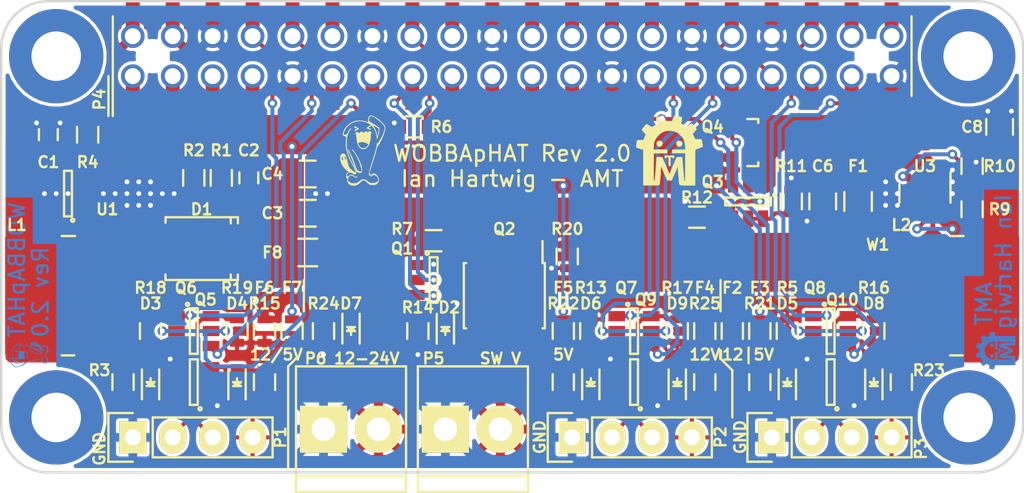
<source format=kicad_pcb>
(kicad_pcb (version 4) (host pcbnew 4.0.2-stable)
  (layers (0 F.Cu signal) (31 B.Cu signal) (34 B.Paste user) (35 F.Paste user) (36 B.SilkS user) (37 F.SilkS user) (38 B.Mask user) (39 F.Mask user) (44 Edge.Cuts user))
  (net 0 "")
  (net 1 +5V)
  (net 2 GND)
  (net 3 +12V)
  (net 4 "Net-(D6-Pad1)")
  (net 5 "Net-(D7-Pad1)")
  (net 6 /GPIO13)
  (net 7 /GPIO19)
  (net 8 /GPIO26)
  (net 9 /RPI_3V3_1)
  (net 10 /GPIO1_SDA1)
  (net 11 /GPIO3_SCL1)
  (net 12 /GPIO4)
  (net 13 /GPIO14_TXD0)
  (net 14 /GPIO15_RXD0)
  (net 15 /GPIO17)
  (net 16 /GPIO18)
  (net 17 /GPIO27)
  (net 18 /GPIO22)
  (net 19 /GPIO23)
  (net 20 /GPIO24)
  (net 21 /GPIO10_MOSI)
  (net 22 /GPIO9_MISO)
  (net 23 /GPIO25)
  (net 24 /GPIO11_SCLK)
  (net 25 /GPIO8_CE0#)
  (net 26 /GPIO7_CE1#)
  (net 27 /GPIO0_ID_SD)
  (net 28 /GPIO5)
  (net 29 /GPIO6)
  (net 30 /GPIO21_SCLK)
  (net 31 /GPIO20_MOSI)
  (net 32 /GPIO16_CE2#)
  (net 33 /GPIO12)
  (net 34 /GPIO1_ID_SC)
  (net 35 /RFID_RXD)
  (net 36 /RFID_EN)
  (net 37 "Net-(D2-Pad1)")
  (net 38 "Net-(Q3-Pad4)")
  (net 39 "Net-(Q3-Pad5)")
  (net 40 "Net-(D3-Pad2)")
  (net 41 "Net-(D3-Pad1)")
  (net 42 "Net-(D4-Pad2)")
  (net 43 "Net-(D4-Pad1)")
  (net 44 /RPI_3V3_2)
  (net 45 /P12V_SW)
  (net 46 /SW_D)
  (net 47 /P5V_BST)
  (net 48 /BST_FB)
  (net 49 /BST_SW)
  (net 50 "Net-(D5-Pad2)")
  (net 51 "Net-(D5-Pad1)")
  (net 52 "Net-(D6-Pad2)")
  (net 53 "Net-(D8-Pad2)")
  (net 54 "Net-(D8-Pad1)")
  (net 55 "Net-(D9-Pad2)")
  (net 56 "Net-(D9-Pad1)")
  (net 57 /VPORT3)
  (net 58 /VPORT2)
  (net 59 /VPORT1)
  (net 60 /PORT3-1)
  (net 61 /PORT3-2)
  (net 62 /PORT2-1)
  (net 63 /PORT2-2)
  (net 64 /P12V_BCK)
  (net 65 /P5V_BCK)
  (net 66 /BCK_SW)
  (net 67 /BCK_PG)
  (net 68 /BCK_FB)
  (net 69 /BST_SW_D)
  (module Diodes_SMD:SMB_Standard (layer F.Cu) (at 112.75 115.75 180)
    (fp_text reference D1 (at 0 2.5 180) (layer F.SilkS) (effects (font (size 0.7 0.7))))
    (fp_text value "15V 1A")
    (pad 1 smd rect (at -2.14884 0 180) (size 2.49936 2.30124) (layers F.Cu F.Paste F.Mask) (net 69 /BST_SW_D))
    (pad 2 smd rect (at 2.14884 0 180) (size 2.49936 2.30124) (layers F.Cu F.Paste F.Mask) (net 49 /BST_SW))
  )
  (module amtdoor3:hole-m3 (layer F.Cu) (at 103.5 103.5)
    (fp_text reference H1 hide)
    (fp_text value hole-metalized-no4 hide)
    (pad 1 thru_hole circle (at 0 0) (size 6 6) (drill 3.15) (layers *.Cu *.Mask))
  )
  (module amtdoor3:hole-m3 (layer F.Cu) (at 103.5 126.5)
    (fp_text reference H2 hide)
    (fp_text value hole-metalized-no4 hide)
    (pad 1 thru_hole circle (at 0 0) (size 6 6) (drill 3.15) (layers *.Cu *.Mask))
  )
  (module amtdoor3:hole-m3 (layer F.Cu) (at 161.5 126.5)
    (fp_text reference H3 hide)
    (fp_text value hole-metalized-no4 hide)
    (pad 1 thru_hole circle (at 0 0) (size 6 6) (drill 3.15) (layers *.Cu *.Mask))
  )
  (module amtdoor3:hole-m3 (layer F.Cu) (at 161.5 103.5)
    (fp_text reference H4 hide)
    (fp_text value hole-metalized-no4 hide)
    (pad 1 thru_hole circle (at 0 0) (size 6 6) (drill 3.15) (layers *.Cu *.Mask))
  )
  (module Choke_SMD:Choke_SMD_Wuerth-WE-PD2-Typ-L (layer F.Cu) (at 104.25 118.75)
    (fp_text reference L1 (at -3.25 -4.5) (layer F.SilkS) (effects (font (size 0.7 0.7))))
    (fp_text value 4.7uH)
    (pad 1 smd rect (at -2.49936 0) (size 2.99974 7.50062) (layers F.Cu F.Paste F.Mask) (net 47 /P5V_BST))
    (pad 2 smd rect (at 2.49936 0) (size 2.99974 7.50062) (layers F.Cu F.Paste F.Mask) (net 49 /BST_SW))
  )
  (module amtdoor3:Pin_Header_Straight_TH-SMT-NoPaste_2x20 (layer F.Cu) (at 108.37 104.77 90)
    (fp_text reference P4 (at -1.48 -2.12 90) (layer F.SilkS) (effects (font (size 0.7 0.7))))
    (fp_text value dnp-REF-182665-01)
    (pad 1 smd rect (at -1.31 0 90) (size 1.68 0.889) (layers F.Cu F.Mask) (net 9 /RPI_3V3_1))
    (pad 2 smd rect (at 3.85 0 90) (size 1.68 0.889) (layers F.Cu F.Mask) (net 1 +5V))
    (pad 3 smd rect (at -1.31 2.54 90) (size 1.68 0.889) (layers F.Cu F.Mask) (net 10 /GPIO1_SDA1))
    (pad 4 smd rect (at 3.85 2.54 90) (size 1.68 0.889) (layers F.Cu F.Mask) (net 1 +5V))
    (pad 5 smd rect (at -1.31 5.08 90) (size 1.68 0.889) (layers F.Cu F.Mask) (net 11 /GPIO3_SCL1))
    (pad 6 smd rect (at 3.85 5.08 90) (size 1.68 0.889) (layers F.Cu F.Mask) (net 2 GND))
    (pad 7 smd rect (at -1.31 7.62 90) (size 1.68 0.889) (layers F.Cu F.Mask) (net 12 /GPIO4))
    (pad 8 smd rect (at 3.85 7.62 90) (size 1.68 0.889) (layers F.Cu F.Mask) (net 13 /GPIO14_TXD0))
    (pad 9 smd rect (at -1.31 10.16 90) (size 1.68 0.889) (layers F.Cu F.Mask) (net 2 GND))
    (pad 10 smd rect (at 3.85 10.16 90) (size 1.68 0.889) (layers F.Cu F.Mask) (net 14 /GPIO15_RXD0))
    (pad 11 smd rect (at -1.31 12.7 90) (size 1.68 0.889) (layers F.Cu F.Mask) (net 15 /GPIO17))
    (pad 12 smd rect (at 3.85 12.7 90) (size 1.68 0.889) (layers F.Cu F.Mask) (net 16 /GPIO18))
    (pad 13 smd rect (at -1.31 15.24 90) (size 1.68 0.889) (layers F.Cu F.Mask) (net 17 /GPIO27))
    (pad 14 smd rect (at 3.85 15.24 90) (size 1.68 0.889) (layers F.Cu F.Mask) (net 2 GND))
    (pad 15 smd rect (at -1.31 17.78 90) (size 1.68 0.889) (layers F.Cu F.Mask) (net 18 /GPIO22))
    (pad 16 smd rect (at 3.85 17.78 90) (size 1.68 0.889) (layers F.Cu F.Mask) (net 19 /GPIO23))
    (pad 17 smd rect (at -1.31 20.32 90) (size 1.68 0.889) (layers F.Cu F.Mask) (net 44 /RPI_3V3_2))
    (pad 18 smd rect (at 3.85 20.32 90) (size 1.68 0.889) (layers F.Cu F.Mask) (net 20 /GPIO24))
    (pad 19 smd rect (at -1.31 22.86 90) (size 1.68 0.889) (layers F.Cu F.Mask) (net 21 /GPIO10_MOSI))
    (pad 20 smd rect (at 3.85 22.86 90) (size 1.68 0.889) (layers F.Cu F.Mask) (net 2 GND))
    (pad 21 smd rect (at -1.31 25.4 90) (size 1.68 0.889) (layers F.Cu F.Mask) (net 22 /GPIO9_MISO))
    (pad 22 smd rect (at 3.85 25.4 90) (size 1.68 0.889) (layers F.Cu F.Mask) (net 23 /GPIO25))
    (pad 23 smd rect (at -1.31 27.94 90) (size 1.68 0.889) (layers F.Cu F.Mask) (net 24 /GPIO11_SCLK))
    (pad 24 smd rect (at 3.85 27.94 90) (size 1.68 0.889) (layers F.Cu F.Mask) (net 25 /GPIO8_CE0#))
    (pad 25 smd rect (at -1.31 30.48 90) (size 1.68 0.889) (layers F.Cu F.Mask) (net 2 GND))
    (pad 26 smd rect (at 3.85 30.48 90) (size 1.68 0.889) (layers F.Cu F.Mask) (net 26 /GPIO7_CE1#))
    (pad 1 thru_hole circle (at 0 0 90) (size 1.5 1.5) (drill 1.016) (layers *.Cu *.Mask) (net 9 /RPI_3V3_1))
    (pad "" np_thru_hole circle (at 1.27 1.27 90) (size 1.78 1.78) (drill 1.78) (layers *.Cu))
    (pad 2 thru_hole circle (at 2.54 0 90) (size 1.5 1.5) (drill 1.016) (layers *.Cu *.Mask) (net 1 +5V))
    (pad 3 thru_hole circle (at 0 2.54 90) (size 1.5 1.5) (drill 1.016) (layers *.Cu *.Mask) (net 10 /GPIO1_SDA1))
    (pad 5 thru_hole circle (at 0 5.08 90) (size 1.5 1.5) (drill 1.016) (layers *.Cu *.Mask) (net 11 /GPIO3_SCL1))
    (pad 7 thru_hole circle (at 0 7.62 90) (size 1.5 1.5) (drill 1.016) (layers *.Cu *.Mask) (net 12 /GPIO4))
    (pad 9 thru_hole circle (at 0 10.16 90) (size 1.5 1.5) (drill 1.016) (layers *.Cu *.Mask) (net 2 GND))
    (pad 11 thru_hole circle (at 0 12.7 90) (size 1.5 1.5) (drill 1.016) (layers *.Cu *.Mask) (net 15 /GPIO17))
    (pad 13 thru_hole circle (at 0 15.24 90) (size 1.5 1.5) (drill 1.016) (layers *.Cu *.Mask) (net 17 /GPIO27))
    (pad 15 thru_hole circle (at 0 17.78 90) (size 1.5 1.5) (drill 1.016) (layers *.Cu *.Mask) (net 18 /GPIO22))
    (pad 17 thru_hole circle (at 0 20.32 90) (size 1.5 1.5) (drill 1.016) (layers *.Cu *.Mask) (net 44 /RPI_3V3_2))
    (pad 19 thru_hole circle (at 0 22.86 90) (size 1.5 1.5) (drill 1.016) (layers *.Cu *.Mask) (net 21 /GPIO10_MOSI))
    (pad 21 thru_hole circle (at 0 25.4 90) (size 1.5 1.5) (drill 1.016) (layers *.Cu *.Mask) (net 22 /GPIO9_MISO))
    (pad 23 thru_hole circle (at 0 27.94 90) (size 1.5 1.5) (drill 1.016) (layers *.Cu *.Mask) (net 24 /GPIO11_SCLK))
    (pad 25 thru_hole circle (at 0 30.48 90) (size 1.5 1.5) (drill 1.016) (layers *.Cu *.Mask) (net 2 GND))
    (pad 4 thru_hole circle (at 2.54 2.54 90) (size 1.5 1.5) (drill 1.016) (layers *.Cu *.Mask) (net 1 +5V))
    (pad 6 thru_hole circle (at 2.54 5.08 90) (size 1.5 1.5) (drill 1.016) (layers *.Cu *.Mask) (net 2 GND))
    (pad 8 thru_hole circle (at 2.54 7.62 90) (size 1.5 1.5) (drill 1.016) (layers *.Cu *.Mask) (net 13 /GPIO14_TXD0))
    (pad 10 thru_hole circle (at 2.54 10.16 90) (size 1.5 1.5) (drill 1.016) (layers *.Cu *.Mask) (net 14 /GPIO15_RXD0))
    (pad 12 thru_hole circle (at 2.54 12.7 90) (size 1.5 1.5) (drill 1.016) (layers *.Cu *.Mask) (net 16 /GPIO18))
    (pad 14 thru_hole circle (at 2.54 15.24 90) (size 1.5 1.5) (drill 1.016) (layers *.Cu *.Mask) (net 2 GND))
    (pad 16 thru_hole circle (at 2.54 17.78 90) (size 1.5 1.5) (drill 1.016) (layers *.Cu *.Mask) (net 19 /GPIO23))
    (pad 18 thru_hole circle (at 2.54 20.32 90) (size 1.5 1.5) (drill 1.016) (layers *.Cu *.Mask) (net 20 /GPIO24))
    (pad 20 thru_hole circle (at 2.54 22.86 90) (size 1.5 1.5) (drill 1.016) (layers *.Cu *.Mask) (net 2 GND))
    (pad 22 thru_hole circle (at 2.54 25.4 90) (size 1.5 1.5) (drill 1.016) (layers *.Cu *.Mask) (net 23 /GPIO25))
    (pad 24 thru_hole circle (at 2.54 27.94 90) (size 1.5 1.5) (drill 1.016) (layers *.Cu *.Mask) (net 25 /GPIO8_CE0#))
    (pad 26 thru_hole circle (at 2.54 30.48 90) (size 1.5 1.5) (drill 1.016) (layers *.Cu *.Mask) (net 26 /GPIO7_CE1#))
    (pad 27 thru_hole circle (at 0 33.02 90) (size 1.5 1.5) (drill 1.016) (layers *.Cu *.Mask) (net 27 /GPIO0_ID_SD))
    (pad 29 thru_hole circle (at 0 35.56 90) (size 1.5 1.5) (drill 1.016) (layers *.Cu *.Mask) (net 28 /GPIO5))
    (pad 31 thru_hole circle (at 0 38.1 90) (size 1.5 1.5) (drill 1.016) (layers *.Cu *.Mask) (net 29 /GPIO6))
    (pad 33 thru_hole circle (at 0 40.64 90) (size 1.5 1.5) (drill 1.016) (layers *.Cu *.Mask) (net 6 /GPIO13))
    (pad 35 thru_hole circle (at 0 43.18 90) (size 1.5 1.5) (drill 1.016) (layers *.Cu *.Mask) (net 7 /GPIO19))
    (pad 37 thru_hole circle (at 0 45.72 90) (size 1.5 1.5) (drill 1.016) (layers *.Cu *.Mask) (net 8 /GPIO26))
    (pad 39 thru_hole circle (at 0 48.26 90) (size 1.5 1.5) (drill 1.016) (layers *.Cu *.Mask) (net 2 GND))
    (pad 40 thru_hole circle (at 2.54 48.26 90) (size 1.5 1.5) (drill 1.016) (layers *.Cu *.Mask) (net 30 /GPIO21_SCLK))
    (pad 38 thru_hole circle (at 2.54 45.72 90) (size 1.5 1.5) (drill 1.016) (layers *.Cu *.Mask) (net 31 /GPIO20_MOSI))
    (pad 36 thru_hole circle (at 2.54 43.18 90) (size 1.5 1.5) (drill 1.016) (layers *.Cu *.Mask) (net 32 /GPIO16_CE2#))
    (pad 34 thru_hole circle (at 2.54 40.64 90) (size 1.5 1.5) (drill 1.016) (layers *.Cu *.Mask) (net 2 GND))
    (pad 32 thru_hole circle (at 2.54 38.1 90) (size 1.5 1.5) (drill 1.016) (layers *.Cu *.Mask) (net 33 /GPIO12))
    (pad 30 thru_hole circle (at 2.54 35.56 90) (size 1.5 1.5) (drill 1.016) (layers *.Cu *.Mask) (net 2 GND))
    (pad 28 thru_hole circle (at 2.54 33.02 90) (size 1.5 1.5) (drill 1.016) (layers *.Cu *.Mask) (net 34 /GPIO1_ID_SC))
    (pad 27 smd rect (at -1.31 33.02 90) (size 1.68 0.889) (layers F.Cu F.Mask) (net 27 /GPIO0_ID_SD))
    (pad 29 smd rect (at -1.31 35.56 90) (size 1.68 0.889) (layers F.Cu F.Mask) (net 28 /GPIO5))
    (pad 31 smd rect (at -1.31 38.1 90) (size 1.68 0.889) (layers F.Cu F.Mask) (net 29 /GPIO6))
    (pad 33 smd rect (at -1.31 40.64 90) (size 1.68 0.889) (layers F.Cu F.Mask) (net 6 /GPIO13))
    (pad 35 smd rect (at -1.31 43.18 90) (size 1.68 0.889) (layers F.Cu F.Mask) (net 7 /GPIO19))
    (pad 37 smd rect (at -1.31 45.72 90) (size 1.68 0.889) (layers F.Cu F.Mask) (net 8 /GPIO26))
    (pad 39 smd rect (at -1.31 48.26 90) (size 1.68 0.889) (layers F.Cu F.Mask) (net 2 GND))
    (pad 40 smd rect (at 3.85 48.26 90) (size 1.68 0.889) (layers F.Cu F.Mask) (net 30 /GPIO21_SCLK))
    (pad 38 smd rect (at 3.85 45.72 90) (size 1.68 0.889) (layers F.Cu F.Mask) (net 31 /GPIO20_MOSI))
    (pad 36 smd rect (at 3.85 43.18 90) (size 1.68 0.889) (layers F.Cu F.Mask) (net 32 /GPIO16_CE2#))
    (pad 34 smd rect (at 3.85 40.64 90) (size 1.68 0.889) (layers F.Cu F.Mask) (net 2 GND))
    (pad 32 smd rect (at 3.85 38.1 90) (size 1.68 0.889) (layers F.Cu F.Mask) (net 33 /GPIO12))
    (pad 30 smd rect (at 3.85 35.56 90) (size 1.68 0.889) (layers F.Cu F.Mask) (net 2 GND))
    (pad 28 smd rect (at 3.85 33.02 90) (size 1.68 0.889) (layers F.Cu F.Mask) (net 34 /GPIO1_ID_SC))
    (pad "" np_thru_hole circle (at 1.27 46.99 90) (size 1.78 1.78) (drill 1.78) (layers *.Cu))
  )
  (module amtdoor3:Pin_Header_Straight_1x02_Pitch3.5mm (layer F.Cu) (at 128.73 127.25 90)
    (fp_text reference P5 (at 4.5 -1.23 180) (layer F.SilkS) (effects (font (size 0.7 0.7))))
    (fp_text value CONN_01X02)
    (pad 1 thru_hole rect (at 0 -0.48 90) (size 3 3) (drill 1.5) (layers *.Cu *.Mask F.SilkS) (net 2 GND))
    (pad 2 thru_hole oval (at 0 3.02 90) (size 3 3) (drill 1.5) (layers *.Cu *.Mask F.SilkS) (net 45 /P12V_SW))
  )
  (module Housings_SOIC:SOIC-8_3.9x4.9mm_Pitch1.27mm (layer F.Cu) (at 132 118.75 270)
    (fp_text reference Q2 (at -4.25 0 360) (layer F.SilkS) (effects (font (size 0.7 0.7))))
    (fp_text value Q_PMOS_HP)
    (pad 1 smd rect (at -2.7 -1.905 270) (size 1.55 0.6) (layers F.Cu F.Paste F.Mask) (net 3 +12V))
    (pad 2 smd rect (at -2.7 -0.635 270) (size 1.55 0.6) (layers F.Cu F.Paste F.Mask) (net 3 +12V))
    (pad 3 smd rect (at -2.7 0.635 270) (size 1.55 0.6) (layers F.Cu F.Paste F.Mask) (net 3 +12V))
    (pad 4 smd rect (at -2.7 1.905 270) (size 1.55 0.6) (layers F.Cu F.Paste F.Mask) (net 46 /SW_D))
    (pad 5 smd rect (at 2.7 1.905 270) (size 1.55 0.6) (layers F.Cu F.Paste F.Mask) (net 45 /P12V_SW))
    (pad 6 smd rect (at 2.7 0.635 270) (size 1.55 0.6) (layers F.Cu F.Paste F.Mask) (net 45 /P12V_SW))
    (pad 7 smd rect (at 2.7 -0.635 270) (size 1.55 0.6) (layers F.Cu F.Paste F.Mask) (net 45 /P12V_SW))
    (pad 8 smd rect (at 2.7 -1.905 270) (size 1.55 0.6) (layers F.Cu F.Paste F.Mask) (net 45 /P12V_SW))
  )
  (module TO_SOT_Packages_SMD:SOT-23-5 (layer F.Cu) (at 104.25 112.25 180)
    (fp_text reference U1 (at -2.5 -1 180) (layer F.SilkS) (effects (font (size 0.7 0.7))))
    (fp_text value SC4503-TSOT-23)
    (pad 1 smd rect (at -1.1 -0.95 180) (size 1.06 0.65) (layers F.Cu F.Paste F.Mask) (net 49 /BST_SW))
    (pad 2 smd rect (at -1.1 0 180) (size 1.06 0.65) (layers F.Cu F.Paste F.Mask) (net 2 GND))
    (pad 3 smd rect (at -1.1 0.95 180) (size 1.06 0.65) (layers F.Cu F.Paste F.Mask) (net 48 /BST_FB))
    (pad 4 smd rect (at 1.1 0.95 180) (size 1.06 0.65) (layers F.Cu F.Paste F.Mask) (net 47 /P5V_BST))
    (pad 5 smd rect (at 1.1 -0.95 180) (size 1.06 0.65) (layers F.Cu F.Paste F.Mask) (net 47 /P5V_BST))
  )
  (module amtdoor3:Pin_Header_Straight_1x02_Pitch3.5mm (layer F.Cu) (at 120.98 127.25 90)
    (fp_text reference P6 (at 4.5 -0.98 180) (layer F.SilkS) (effects (font (size 0.7 0.7))))
    (fp_text value CONN_01X02)
    (pad 1 thru_hole rect (at 0 -0.48 90) (size 3 3) (drill 1.5) (layers *.Cu *.Mask F.SilkS) (net 2 GND))
    (pad 2 thru_hole oval (at 0 3.02 90) (size 3 3) (drill 1.5) (layers *.Cu *.Mask F.SilkS) (net 3 +12V))
  )
  (module Socket_Strips:Socket_Strip_Straight_1x04 (layer F.Cu) (at 108.37 127.77)
    (fp_text reference P1 (at 9.38 0 90) (layer F.SilkS) (effects (font (size 0.7 0.7))))
    (fp_text value CONN_01X04)
    (pad 1 thru_hole rect (at 0 0) (size 1.7272 2.032) (drill 1.016) (layers *.Cu *.Mask F.SilkS) (net 2 GND))
    (pad 2 thru_hole oval (at 2.54 0) (size 1.7272 2.032) (drill 1.016) (layers *.Cu *.Mask F.SilkS) (net 35 /RFID_RXD))
    (pad 3 thru_hole oval (at 5.08 0) (size 1.7272 2.032) (drill 1.016) (layers *.Cu *.Mask F.SilkS) (net 36 /RFID_EN))
    (pad 4 thru_hole oval (at 7.62 0) (size 1.7272 2.032) (drill 1.016) (layers *.Cu *.Mask F.SilkS) (net 59 /VPORT1))
  )
  (module TO_SOT_Packages_SMD:SOT-23-6 (layer F.Cu) (at 147.5 112.75 270)
    (fp_text reference Q3 (at -1.25 2.25 360) (layer F.SilkS) (effects (font (size 0.7 0.7))))
    (fp_text value DMMT3906_Dual_PNP)
    (pad 1 smd rect (at -1.1 -0.95 270) (size 1.06 0.65) (layers F.Cu F.Paste F.Mask) (net 65 /P5V_BCK))
    (pad 2 smd rect (at -1.1 0 270) (size 1.06 0.65) (layers F.Cu F.Paste F.Mask))
    (pad 3 smd rect (at -1.1 0.95 270) (size 1.06 0.65) (layers F.Cu F.Paste F.Mask) (net 1 +5V))
    (pad 4 smd rect (at 1.1 0.95 270) (size 1.06 0.65) (layers F.Cu F.Paste F.Mask) (net 38 "Net-(Q3-Pad4)"))
    (pad 6 smd rect (at 1.1 -0.95 270) (size 1.06 0.65) (layers F.Cu F.Paste F.Mask) (net 39 "Net-(Q3-Pad5)"))
    (pad 5 smd rect (at 1.1 0 270) (size 1.06 0.65) (layers F.Cu F.Paste F.Mask) (net 39 "Net-(Q3-Pad5)"))
  )
  (module TO_SOT_Packages_SMD:SOT-23 (layer F.Cu) (at 147.5 109 270)
    (fp_text reference Q4 (at -1 2.25 360) (layer F.SilkS) (effects (font (size 0.7 0.7))))
    (fp_text value Q_PMOS_GSD)
    (pad 1 smd rect (at -0.95 1.00076 270) (size 0.8001 0.8001) (layers F.Cu F.Paste F.Mask) (net 38 "Net-(Q3-Pad4)"))
    (pad 2 smd rect (at 0.95 1.00076 270) (size 0.8001 0.8001) (layers F.Cu F.Paste F.Mask) (net 1 +5V))
    (pad 3 smd rect (at 0 -0.99822 270) (size 0.8001 0.8001) (layers F.Cu F.Paste F.Mask) (net 65 /P5V_BCK))
  )
  (module Housings_DFN_QFN:DFN-10-1EP_2x3mm_Pitch0.5mm (layer F.Cu) (at 158.75 112.25 270)
    (fp_text reference U3 (at -1.75 0 360) (layer F.SilkS) (effects (font (size 0.7 0.7))))
    (fp_text value TPS62175)
    (pad 1 smd rect (at -0.925 -1 270) (size 0.7 0.25) (layers F.Cu F.Paste F.Mask) (net 2 GND))
    (pad 2 smd rect (at -0.925 -0.5 270) (size 0.7 0.25) (layers F.Cu F.Paste F.Mask) (net 64 /P12V_BCK))
    (pad 3 smd rect (at -0.925 0 270) (size 0.7 0.25) (layers F.Cu F.Paste F.Mask) (net 64 /P12V_BCK))
    (pad 4 smd rect (at -0.925 0.5 270) (size 0.7 0.25) (layers F.Cu F.Paste F.Mask) (net 2 GND))
    (pad 5 smd rect (at -0.925 1 270) (size 0.7 0.25) (layers F.Cu F.Paste F.Mask) (net 68 /BCK_FB))
    (pad 6 smd rect (at 0.925 1 270) (size 0.7 0.25) (layers F.Cu F.Paste F.Mask) (net 2 GND))
    (pad 7 smd rect (at 0.925 0.5 270) (size 0.7 0.25) (layers F.Cu F.Paste F.Mask) (net 67 /BCK_PG))
    (pad 8 smd rect (at 0.925 0 270) (size 0.7 0.25) (layers F.Cu F.Paste F.Mask) (net 65 /P5V_BCK))
    (pad 9 smd rect (at 0.925 -0.5 270) (size 0.7 0.25) (layers F.Cu F.Paste F.Mask) (net 66 /BCK_SW))
    (pad 10 smd rect (at 0.925 -1 270) (size 0.7 0.25) (layers F.Cu F.Paste F.Mask) (net 65 /P5V_BCK))
    (pad 11 smd rect (at 0 0.6 270) (size 0.64 1.2) (layers F.Cu F.Paste F.Mask) (net 2 GND))
    (pad 11 smd rect (at 0 -0.6 270) (size 0.64 1.2) (layers F.Cu F.Paste F.Mask) (net 2 GND))
  )
  (module Choke_SMD:Choke_SMD_Wuerth-WE-PD2-Typ-L (layer F.Cu) (at 160.75 118.75)
    (fp_text reference L2 (at -3.5 -4.5) (layer F.SilkS) (effects (font (size 0.7 0.7))))
    (fp_text value 10uH)
    (pad 1 smd rect (at -2.49936 0) (size 2.99974 7.50062) (layers F.Cu F.Paste F.Mask) (net 66 /BCK_SW))
    (pad 2 smd rect (at 2.49936 0) (size 2.99974 7.50062) (layers F.Cu F.Paste F.Mask) (net 65 /P5V_BCK))
  )
  (module Capacitors_SMD:C_0603 (layer F.Cu) (at 103 108.5 90)
    (fp_text reference C1 (at -1.75 0 180) (layer F.SilkS) (effects (font (size 0.7 0.7))))
    (fp_text value 1uF)
    (pad 1 smd rect (at -0.75 0 90) (size 0.8 0.75) (layers F.Cu F.Paste F.Mask) (net 47 /P5V_BST))
    (pad 2 smd rect (at 0.75 0 90) (size 0.8 0.75) (layers F.Cu F.Paste F.Mask) (net 2 GND))
  )
  (module Capacitors_SMD:C_0603 (layer F.Cu) (at 115.75 111.25 90)
    (fp_text reference C2 (at 1.75 0 180) (layer F.SilkS) (effects (font (size 0.7 0.7))))
    (fp_text value 15pF)
    (pad 1 smd rect (at -0.75 0 90) (size 0.8 0.75) (layers F.Cu F.Paste F.Mask) (net 69 /BST_SW_D))
    (pad 2 smd rect (at 0.75 0 90) (size 0.8 0.75) (layers F.Cu F.Paste F.Mask) (net 48 /BST_FB))
  )
  (module LEDs:LED_0603 (layer F.Cu) (at 128.25 121 270)
    (fp_text reference D2 (at -1.5 -0.25 360) (layer F.SilkS) (effects (font (size 0.7 0.7))))
    (fp_text value "LED Green")
    (pad 2 smd rect (at 0.7493 0 90) (size 0.79756 0.79756) (layers F.Cu F.Paste F.Mask) (net 45 /P12V_SW))
    (pad 1 smd rect (at -0.7493 0 90) (size 0.79756 0.79756) (layers F.Cu F.Paste F.Mask) (net 37 "Net-(D2-Pad1)"))
  )
  (module LEDs:LED_0603 (layer F.Cu) (at 109.5 124.25 90)
    (fp_text reference D3 (at 5 0 180) (layer F.SilkS) (effects (font (size 0.7 0.7))))
    (fp_text value "LED Green")
    (pad 2 smd rect (at 0.7493 0 270) (size 0.79756 0.79756) (layers F.Cu F.Paste F.Mask) (net 40 "Net-(D3-Pad2)"))
    (pad 1 smd rect (at -0.7493 0 270) (size 0.79756 0.79756) (layers F.Cu F.Paste F.Mask) (net 41 "Net-(D3-Pad1)"))
  )
  (module LEDs:LED_0603 (layer F.Cu) (at 115 124.25 90)
    (fp_text reference D4 (at 5 0 360) (layer F.SilkS) (effects (font (size 0.7 0.7))))
    (fp_text value "LED Green")
    (pad 2 smd rect (at 0.7493 0 270) (size 0.79756 0.79756) (layers F.Cu F.Paste F.Mask) (net 42 "Net-(D4-Pad2)"))
    (pad 1 smd rect (at -0.7493 0 270) (size 0.79756 0.79756) (layers F.Cu F.Paste F.Mask) (net 43 "Net-(D4-Pad1)"))
  )
  (module LEDs:LED_0603 (layer F.Cu) (at 137.5 124.25 90)
    (fp_text reference D6 (at 5 0 180) (layer F.SilkS) (effects (font (size 0.7 0.7))))
    (fp_text value "LED Green")
    (pad 2 smd rect (at 0.7493 0 270) (size 0.79756 0.79756) (layers F.Cu F.Paste F.Mask) (net 52 "Net-(D6-Pad2)"))
    (pad 1 smd rect (at -0.7493 0 270) (size 0.79756 0.79756) (layers F.Cu F.Paste F.Mask) (net 4 "Net-(D6-Pad1)"))
  )
  (module LEDs:LED_0603 (layer F.Cu) (at 122.25 121 270)
    (fp_text reference D7 (at -1.75 0 360) (layer F.SilkS) (effects (font (size 0.7 0.7))))
    (fp_text value "LED Green")
    (pad 2 smd rect (at 0.7493 0 90) (size 0.79756 0.79756) (layers F.Cu F.Paste F.Mask) (net 3 +12V))
    (pad 1 smd rect (at -0.7493 0 90) (size 0.79756 0.79756) (layers F.Cu F.Paste F.Mask) (net 5 "Net-(D7-Pad1)"))
  )
  (module TO_SOT_Packages_SMD:SOT-23-6 (layer F.Cu) (at 127.5 117.75)
    (fp_text reference Q1 (at -2 -2) (layer F.SilkS) (effects (font (size 0.7 0.7))))
    (fp_text value Q_NMOS_DUAL)
    (pad 1 smd rect (at -1.1 -0.95) (size 1.06 0.65) (layers F.Cu F.Paste F.Mask) (net 2 GND))
    (pad 2 smd rect (at -1.1 0) (size 1.06 0.65) (layers F.Cu F.Paste F.Mask) (net 19 /GPIO23))
    (pad 3 smd rect (at -1.1 0.95) (size 1.06 0.65) (layers F.Cu F.Paste F.Mask) (net 18 /GPIO22))
    (pad 4 smd rect (at 1.1 0.95) (size 1.06 0.65) (layers F.Cu F.Paste F.Mask) (net 2 GND))
    (pad 6 smd rect (at 1.1 -0.95) (size 1.06 0.65) (layers F.Cu F.Paste F.Mask) (net 46 /SW_D))
    (pad 5 smd rect (at 1.1 0) (size 1.06 0.65) (layers F.Cu F.Paste F.Mask) (net 3 +12V))
  )
  (module TO_SOT_Packages_SMD:SOT-23-6 (layer F.Cu) (at 112.25 124.25 180)
    (fp_text reference Q5 (at -0.75 5.25 180) (layer F.SilkS) (effects (font (size 0.7 0.7))))
    (fp_text value Q_NMOS_DUAL)
    (pad 1 smd rect (at -1.1 -0.95 180) (size 1.06 0.65) (layers F.Cu F.Paste F.Mask) (net 2 GND))
    (pad 2 smd rect (at -1.1 0 180) (size 1.06 0.65) (layers F.Cu F.Paste F.Mask) (net 36 /RFID_EN))
    (pad 3 smd rect (at -1.1 0.95 180) (size 1.06 0.65) (layers F.Cu F.Paste F.Mask) (net 43 "Net-(D4-Pad1)"))
    (pad 4 smd rect (at 1.1 0.95 180) (size 1.06 0.65) (layers F.Cu F.Paste F.Mask) (net 2 GND))
    (pad 6 smd rect (at 1.1 -0.95 180) (size 1.06 0.65) (layers F.Cu F.Paste F.Mask) (net 41 "Net-(D3-Pad1)"))
    (pad 5 smd rect (at 1.1 0 180) (size 1.06 0.65) (layers F.Cu F.Paste F.Mask) (net 35 /RFID_RXD))
  )
  (module TO_SOT_Packages_SMD:SOT-23-6 (layer F.Cu) (at 112.25 121)
    (fp_text reference Q6 (at -0.5 -2.75) (layer F.SilkS) (effects (font (size 0.7 0.7))))
    (fp_text value Q_NMOS_DUAL)
    (pad 1 smd rect (at -1.1 -0.95) (size 1.06 0.65) (layers F.Cu F.Paste F.Mask) (net 13 /GPIO14_TXD0))
    (pad 2 smd rect (at -1.1 0) (size 1.06 0.65) (layers F.Cu F.Paste F.Mask) (net 44 /RPI_3V3_2))
    (pad 3 smd rect (at -1.1 0.95) (size 1.06 0.65) (layers F.Cu F.Paste F.Mask) (net 35 /RFID_RXD))
    (pad 4 smd rect (at 1.1 0.95) (size 1.06 0.65) (layers F.Cu F.Paste F.Mask) (net 14 /GPIO15_RXD0))
    (pad 6 smd rect (at 1.1 -0.95) (size 1.06 0.65) (layers F.Cu F.Paste F.Mask) (net 36 /RFID_EN))
    (pad 5 smd rect (at 1.1 0) (size 1.06 0.65) (layers F.Cu F.Paste F.Mask) (net 44 /RPI_3V3_2))
  )
  (module Resistors_SMD:R_0603 (layer F.Cu) (at 114 111.25 90)
    (fp_text reference R1 (at 1.75 0 180) (layer F.SilkS) (effects (font (size 0.7 0.7))))
    (fp_text value 432k)
    (pad 1 smd rect (at -0.75 0 90) (size 0.5 0.9) (layers F.Cu F.Paste F.Mask) (net 69 /BST_SW_D))
    (pad 2 smd rect (at 0.75 0 90) (size 0.5 0.9) (layers F.Cu F.Paste F.Mask) (net 48 /BST_FB))
  )
  (module Resistors_SMD:R_0603 (layer F.Cu) (at 112.25 111.25 270)
    (fp_text reference R2 (at -1.75 0 360) (layer F.SilkS) (effects (font (size 0.7 0.7))))
    (fp_text value 49.9k)
    (pad 1 smd rect (at -0.75 0 270) (size 0.5 0.9) (layers F.Cu F.Paste F.Mask) (net 48 /BST_FB))
    (pad 2 smd rect (at 0.75 0 270) (size 0.5 0.9) (layers F.Cu F.Paste F.Mask) (net 2 GND))
  )
  (module Resistors_SMD:R_0603 (layer F.Cu) (at 107.75 124.25 90)
    (fp_text reference R3 (at 0.75 -1.5 180) (layer F.SilkS) (effects (font (size 0.7 0.7))))
    (fp_text value 1k)
    (pad 1 smd rect (at -0.75 0 90) (size 0.5 0.9) (layers F.Cu F.Paste F.Mask) (net 59 /VPORT1))
    (pad 2 smd rect (at 0.75 0 90) (size 0.5 0.9) (layers F.Cu F.Paste F.Mask) (net 40 "Net-(D3-Pad2)"))
  )
  (module Resistors_SMD:R_0603 (layer F.Cu) (at 105.5 108.5 90)
    (fp_text reference R4 (at -1.75 0 180) (layer F.SilkS) (effects (font (size 0.7 0.7))))
    (fp_text value 0)
    (pad 1 smd rect (at -0.75 0 90) (size 0.5 0.9) (layers F.Cu F.Paste F.Mask) (net 47 /P5V_BST))
    (pad 2 smd rect (at 0.75 0 90) (size 0.5 0.9) (layers F.Cu F.Paste F.Mask) (net 1 +5V))
  )
  (module Resistors_SMD:R_0603 (layer F.Cu) (at 150 121 270)
    (fp_text reference R5 (at -2.75 0 360) (layer F.SilkS) (effects (font (size 0.7 0.7))))
    (fp_text value 10k)
    (pad 1 smd rect (at -0.75 0 270) (size 0.5 0.9) (layers F.Cu F.Paste F.Mask) (net 57 /VPORT3))
    (pad 2 smd rect (at 0.75 0 270) (size 0.5 0.9) (layers F.Cu F.Paste F.Mask) (net 60 /PORT3-1))
  )
  (module Resistors_SMD:R_0603 (layer F.Cu) (at 126.25 108 180)
    (fp_text reference R6 (at -1.75 0 360) (layer F.SilkS) (effects (font (size 0.7 0.7))))
    (fp_text value 10k)
    (pad 1 smd rect (at -0.75 0 180) (size 0.5 0.9) (layers F.Cu F.Paste F.Mask) (net 19 /GPIO23))
    (pad 2 smd rect (at 0.75 0 180) (size 0.5 0.9) (layers F.Cu F.Paste F.Mask) (net 2 GND))
  )
  (module Resistors_SMD:R_0603 (layer F.Cu) (at 127.5 115.25)
    (fp_text reference R7 (at -2 -0.75 180) (layer F.SilkS) (effects (font (size 0.7 0.7))))
    (fp_text value 10k)
    (pad 1 smd rect (at -0.75 0) (size 0.5 0.9) (layers F.Cu F.Paste F.Mask) (net 3 +12V))
    (pad 2 smd rect (at 0.75 0) (size 0.5 0.9) (layers F.Cu F.Paste F.Mask) (net 46 /SW_D))
  )
  (module Resistors_SMD:R_0603 (layer F.Cu) (at 161.75 113.25 90)
    (fp_text reference R9 (at 0 1.75 180) (layer F.SilkS) (effects (font (size 0.7 0.7))))
    (fp_text value 787k)
    (pad 1 smd rect (at -0.75 0 90) (size 0.5 0.9) (layers F.Cu F.Paste F.Mask) (net 65 /P5V_BCK))
    (pad 2 smd rect (at 0.75 0 90) (size 0.5 0.9) (layers F.Cu F.Paste F.Mask) (net 68 /BCK_FB))
  )
  (module Resistors_SMD:R_0603 (layer F.Cu) (at 161.75 110.5 90)
    (fp_text reference R10 (at 0 1.75 180) (layer F.SilkS) (effects (font (size 0.7 0.7))))
    (fp_text value 150k)
    (pad 1 smd rect (at -0.75 0 90) (size 0.5 0.9) (layers F.Cu F.Paste F.Mask) (net 68 /BCK_FB))
    (pad 2 smd rect (at 0.75 0 90) (size 0.5 0.9) (layers F.Cu F.Paste F.Mask) (net 2 GND))
  )
  (module Resistors_SMD:R_0603 (layer F.Cu) (at 150.25 112.75 90)
    (fp_text reference R11 (at 2.25 0 180) (layer F.SilkS) (effects (font (size 0.7 0.7))))
    (fp_text value 10k)
    (pad 1 smd rect (at -0.75 0 90) (size 0.5 0.9) (layers F.Cu F.Paste F.Mask) (net 39 "Net-(Q3-Pad5)"))
    (pad 2 smd rect (at 0.75 0 90) (size 0.5 0.9) (layers F.Cu F.Paste F.Mask) (net 2 GND))
  )
  (module Resistors_SMD:R_0603 (layer F.Cu) (at 144.25 113.75 180)
    (fp_text reference R12 (at 0 1.25 360) (layer F.SilkS) (effects (font (size 0.7 0.7))))
    (fp_text value 47k)
    (pad 1 smd rect (at -0.75 0 180) (size 0.5 0.9) (layers F.Cu F.Paste F.Mask) (net 38 "Net-(Q3-Pad4)"))
    (pad 2 smd rect (at 0.75 0 180) (size 0.5 0.9) (layers F.Cu F.Paste F.Mask) (net 2 GND))
  )
  (module Resistors_SMD:R_0603 (layer F.Cu) (at 137.5 121 270)
    (fp_text reference R13 (at -2.75 0 360) (layer F.SilkS) (effects (font (size 0.7 0.7))))
    (fp_text value 10k)
    (pad 1 smd rect (at -0.75 0 270) (size 0.5 0.9) (layers F.Cu F.Paste F.Mask) (net 58 /VPORT2))
    (pad 2 smd rect (at 0.75 0 270) (size 0.5 0.9) (layers F.Cu F.Paste F.Mask) (net 62 /PORT2-1))
  )
  (module Resistors_SMD:R_0603 (layer F.Cu) (at 126.5 121 270)
    (fp_text reference R14 (at -1.5 0 360) (layer F.SilkS) (effects (font (size 0.7 0.7))))
    (fp_text value 2.2k)
    (pad 1 smd rect (at -0.75 0 270) (size 0.5 0.9) (layers F.Cu F.Paste F.Mask) (net 37 "Net-(D2-Pad1)"))
    (pad 2 smd rect (at 0.75 0 270) (size 0.5 0.9) (layers F.Cu F.Paste F.Mask) (net 2 GND))
  )
  (module Resistors_SMD:R_0603 (layer F.Cu) (at 116.75 124.25 90)
    (fp_text reference R15 (at 5 0 180) (layer F.SilkS) (effects (font (size 0.7 0.7))))
    (fp_text value 1k)
    (pad 1 smd rect (at -0.75 0 90) (size 0.5 0.9) (layers F.Cu F.Paste F.Mask) (net 59 /VPORT1))
    (pad 2 smd rect (at 0.75 0 90) (size 0.5 0.9) (layers F.Cu F.Paste F.Mask) (net 42 "Net-(D4-Pad2)"))
  )
  (module Resistors_SMD:R_0603 (layer F.Cu) (at 155.5 121 90)
    (fp_text reference R16 (at 2.75 0 180) (layer F.SilkS) (effects (font (size 0.7 0.7))))
    (fp_text value 10k)
    (pad 1 smd rect (at -0.75 0 90) (size 0.5 0.9) (layers F.Cu F.Paste F.Mask) (net 57 /VPORT3))
    (pad 2 smd rect (at 0.75 0 90) (size 0.5 0.9) (layers F.Cu F.Paste F.Mask) (net 61 /PORT3-2))
  )
  (module Resistors_SMD:R_0603 (layer F.Cu) (at 143 121 90)
    (fp_text reference R17 (at 2.75 0 180) (layer F.SilkS) (effects (font (size 0.7 0.7))))
    (fp_text value 10k)
    (pad 1 smd rect (at -0.75 0 90) (size 0.5 0.9) (layers F.Cu F.Paste F.Mask) (net 58 /VPORT2))
    (pad 2 smd rect (at 0.75 0 90) (size 0.5 0.9) (layers F.Cu F.Paste F.Mask) (net 63 /PORT2-2))
  )
  (module Resistors_SMD:R_0603 (layer F.Cu) (at 109.5 121 270)
    (fp_text reference R18 (at -2.75 0 360) (layer F.SilkS) (effects (font (size 0.7 0.7))))
    (fp_text value 10k)
    (pad 1 smd rect (at -0.75 0 270) (size 0.5 0.9) (layers F.Cu F.Paste F.Mask) (net 59 /VPORT1))
    (pad 2 smd rect (at 0.75 0 270) (size 0.5 0.9) (layers F.Cu F.Paste F.Mask) (net 35 /RFID_RXD))
  )
  (module Resistors_SMD:R_0603 (layer F.Cu) (at 115 121 90)
    (fp_text reference R19 (at 2.75 0 180) (layer F.SilkS) (effects (font (size 0.7 0.7))))
    (fp_text value 10k)
    (pad 1 smd rect (at -0.75 0 90) (size 0.5 0.9) (layers F.Cu F.Paste F.Mask) (net 59 /VPORT1))
    (pad 2 smd rect (at 0.75 0 90) (size 0.5 0.9) (layers F.Cu F.Paste F.Mask) (net 36 /RFID_EN))
  )
  (module Resistors_SMD:R_0603 (layer F.Cu) (at 136 116.25 270)
    (fp_text reference R20 (at -1.75 0 360) (layer F.SilkS) (effects (font (size 0.7 0.7))))
    (fp_text value 10k)
    (pad 1 smd rect (at -0.75 0 270) (size 0.5 0.9) (layers F.Cu F.Paste F.Mask) (net 3 +12V))
    (pad 2 smd rect (at 0.75 0 270) (size 0.5 0.9) (layers F.Cu F.Paste F.Mask) (net 2 GND))
  )
  (module Resistors_SMD:R_0603 (layer F.Cu) (at 148.25 124.25 90)
    (fp_text reference R21 (at 5 0 180) (layer F.SilkS) (effects (font (size 0.7 0.7))))
    (fp_text value 1k)
    (pad 1 smd rect (at -0.75 0 90) (size 0.5 0.9) (layers F.Cu F.Paste F.Mask) (net 57 /VPORT3))
    (pad 2 smd rect (at 0.75 0 90) (size 0.5 0.9) (layers F.Cu F.Paste F.Mask) (net 50 "Net-(D5-Pad2)"))
  )
  (module Resistors_SMD:R_0603 (layer F.Cu) (at 120.5 121 270)
    (fp_text reference R24 (at -1.75 0 360) (layer F.SilkS) (effects (font (size 0.7 0.7))))
    (fp_text value 2.2k)
    (pad 1 smd rect (at -0.75 0 270) (size 0.5 0.9) (layers F.Cu F.Paste F.Mask) (net 5 "Net-(D7-Pad1)"))
    (pad 2 smd rect (at 0.75 0 270) (size 0.5 0.9) (layers F.Cu F.Paste F.Mask) (net 2 GND))
  )
  (module LEDs:LED_0603 (layer F.Cu) (at 150 124.25 90)
    (fp_text reference D5 (at 5 0 180) (layer F.SilkS) (effects (font (size 0.7 0.7))))
    (fp_text value "LED Green")
    (pad 2 smd rect (at 0.7493 0 270) (size 0.79756 0.79756) (layers F.Cu F.Paste F.Mask) (net 50 "Net-(D5-Pad2)"))
    (pad 1 smd rect (at -0.7493 0 270) (size 0.79756 0.79756) (layers F.Cu F.Paste F.Mask) (net 51 "Net-(D5-Pad1)"))
  )
  (module LEDs:LED_0603 (layer F.Cu) (at 155.5 124.25 90)
    (fp_text reference D8 (at 5 0 180) (layer F.SilkS) (effects (font (size 0.7 0.7))))
    (fp_text value "LED Green")
    (pad 2 smd rect (at 0.7493 0 270) (size 0.79756 0.79756) (layers F.Cu F.Paste F.Mask) (net 53 "Net-(D8-Pad2)"))
    (pad 1 smd rect (at -0.7493 0 270) (size 0.79756 0.79756) (layers F.Cu F.Paste F.Mask) (net 54 "Net-(D8-Pad1)"))
  )
  (module LEDs:LED_0603 (layer F.Cu) (at 143 124.25 90)
    (fp_text reference D9 (at 5 0 180) (layer F.SilkS) (effects (font (size 0.7 0.7))))
    (fp_text value "LED Green")
    (pad 2 smd rect (at 0.7493 0 270) (size 0.79756 0.79756) (layers F.Cu F.Paste F.Mask) (net 55 "Net-(D9-Pad2)"))
    (pad 1 smd rect (at -0.7493 0 270) (size 0.79756 0.79756) (layers F.Cu F.Paste F.Mask) (net 56 "Net-(D9-Pad1)"))
  )
  (module Resistors_SMD:R_0603 (layer F.Cu) (at 146.5 121 90)
    (fp_text reference F2 (at 2.75 0 180) (layer F.SilkS) (effects (font (size 0.7 0.7))))
    (fp_text value F_Small)
    (pad 1 smd rect (at -0.75 0 90) (size 0.5 0.9) (layers F.Cu F.Paste F.Mask) (net 57 /VPORT3))
    (pad 2 smd rect (at 0.75 0 90) (size 0.5 0.9) (layers F.Cu F.Paste F.Mask) (net 3 +12V))
  )
  (module Resistors_SMD:R_0603 (layer F.Cu) (at 148.25 121 90)
    (fp_text reference F3 (at 2.75 0 180) (layer F.SilkS) (effects (font (size 0.7 0.7))))
    (fp_text value F_Small)
    (pad 1 smd rect (at -0.75 0 90) (size 0.5 0.9) (layers F.Cu F.Paste F.Mask) (net 57 /VPORT3))
    (pad 2 smd rect (at 0.75 0 90) (size 0.5 0.9) (layers F.Cu F.Paste F.Mask) (net 1 +5V))
  )
  (module Resistors_SMD:R_0603 (layer F.Cu) (at 144.75 121 90)
    (fp_text reference F4 (at 2.75 0 180) (layer F.SilkS) (effects (font (size 0.7 0.7))))
    (fp_text value F_Small)
    (pad 1 smd rect (at -0.75 0 90) (size 0.5 0.9) (layers F.Cu F.Paste F.Mask) (net 58 /VPORT2))
    (pad 2 smd rect (at 0.75 0 90) (size 0.5 0.9) (layers F.Cu F.Paste F.Mask) (net 3 +12V))
  )
  (module Resistors_SMD:R_0603 (layer F.Cu) (at 135.75 121 90)
    (fp_text reference F5 (at 2.75 0 180) (layer F.SilkS) (effects (font (size 0.7 0.7))))
    (fp_text value F_Small)
    (pad 1 smd rect (at -0.75 0 90) (size 0.5 0.9) (layers F.Cu F.Paste F.Mask) (net 58 /VPORT2))
    (pad 2 smd rect (at 0.75 0 90) (size 0.5 0.9) (layers F.Cu F.Paste F.Mask) (net 1 +5V))
  )
  (module Resistors_SMD:R_0603 (layer F.Cu) (at 116.75 121 90)
    (fp_text reference F6 (at 2.75 0 180) (layer F.SilkS) (effects (font (size 0.7 0.7))))
    (fp_text value F_Small)
    (pad 1 smd rect (at -0.75 0 90) (size 0.5 0.9) (layers F.Cu F.Paste F.Mask) (net 59 /VPORT1))
    (pad 2 smd rect (at 0.75 0 90) (size 0.5 0.9) (layers F.Cu F.Paste F.Mask) (net 3 +12V))
  )
  (module Resistors_SMD:R_0603 (layer F.Cu) (at 118.5 121 90)
    (fp_text reference F7 (at 2.75 0 180) (layer F.SilkS) (effects (font (size 0.7 0.7))))
    (fp_text value F_Small)
    (pad 1 smd rect (at -0.75 0 90) (size 0.5 0.9) (layers F.Cu F.Paste F.Mask) (net 59 /VPORT1))
    (pad 2 smd rect (at 0.75 0 90) (size 0.5 0.9) (layers F.Cu F.Paste F.Mask) (net 1 +5V))
  )
  (module Socket_Strips:Socket_Strip_Straight_1x04 (layer F.Cu) (at 149.01 127.77)
    (fp_text reference P3 (at 9.49 0.73 90) (layer F.SilkS) (effects (font (size 0.7 0.7))))
    (fp_text value CONN_01X04)
    (pad 1 thru_hole rect (at 0 0) (size 1.7272 2.032) (drill 1.016) (layers *.Cu *.Mask F.SilkS) (net 2 GND))
    (pad 2 thru_hole oval (at 2.54 0) (size 1.7272 2.032) (drill 1.016) (layers *.Cu *.Mask F.SilkS) (net 60 /PORT3-1))
    (pad 3 thru_hole oval (at 5.08 0) (size 1.7272 2.032) (drill 1.016) (layers *.Cu *.Mask F.SilkS) (net 61 /PORT3-2))
    (pad 4 thru_hole oval (at 7.62 0) (size 1.7272 2.032) (drill 1.016) (layers *.Cu *.Mask F.SilkS) (net 57 /VPORT3))
  )
  (module Socket_Strips:Socket_Strip_Straight_1x04 (layer F.Cu) (at 136.31 127.77)
    (fp_text reference P2 (at 9.44 -0.02 90) (layer F.SilkS) (effects (font (size 0.7 0.7))))
    (fp_text value CONN_01X04)
    (pad 1 thru_hole rect (at 0 0) (size 1.7272 2.032) (drill 1.016) (layers *.Cu *.Mask F.SilkS) (net 2 GND))
    (pad 2 thru_hole oval (at 2.54 0) (size 1.7272 2.032) (drill 1.016) (layers *.Cu *.Mask F.SilkS) (net 62 /PORT2-1))
    (pad 3 thru_hole oval (at 5.08 0) (size 1.7272 2.032) (drill 1.016) (layers *.Cu *.Mask F.SilkS) (net 63 /PORT2-2))
    (pad 4 thru_hole oval (at 7.62 0) (size 1.7272 2.032) (drill 1.016) (layers *.Cu *.Mask F.SilkS) (net 58 /VPORT2))
  )
  (module TO_SOT_Packages_SMD:SOT-23-6 (layer F.Cu) (at 140.25 121)
    (fp_text reference Q7 (at -0.5 -2.75) (layer F.SilkS) (effects (font (size 0.7 0.7))))
    (fp_text value Q_NMOS_DUAL)
    (pad 1 smd rect (at -1.1 -0.95) (size 1.06 0.65) (layers F.Cu F.Paste F.Mask) (net 33 /GPIO12))
    (pad 2 smd rect (at -1.1 0) (size 1.06 0.65) (layers F.Cu F.Paste F.Mask) (net 44 /RPI_3V3_2))
    (pad 3 smd rect (at -1.1 0.95) (size 1.06 0.65) (layers F.Cu F.Paste F.Mask) (net 62 /PORT2-1))
    (pad 4 smd rect (at 1.1 0.95) (size 1.06 0.65) (layers F.Cu F.Paste F.Mask) (net 6 /GPIO13))
    (pad 6 smd rect (at 1.1 -0.95) (size 1.06 0.65) (layers F.Cu F.Paste F.Mask) (net 63 /PORT2-2))
    (pad 5 smd rect (at 1.1 0) (size 1.06 0.65) (layers F.Cu F.Paste F.Mask) (net 44 /RPI_3V3_2))
  )
  (module TO_SOT_Packages_SMD:SOT-23-6 (layer F.Cu) (at 152.75 121)
    (fp_text reference Q8 (at -1 -2.75) (layer F.SilkS) (effects (font (size 0.7 0.7))))
    (fp_text value Q_NMOS_DUAL)
    (pad 1 smd rect (at -1.1 -0.95) (size 1.06 0.65) (layers F.Cu F.Paste F.Mask) (net 32 /GPIO16_CE2#))
    (pad 2 smd rect (at -1.1 0) (size 1.06 0.65) (layers F.Cu F.Paste F.Mask) (net 44 /RPI_3V3_2))
    (pad 3 smd rect (at -1.1 0.95) (size 1.06 0.65) (layers F.Cu F.Paste F.Mask) (net 60 /PORT3-1))
    (pad 4 smd rect (at 1.1 0.95) (size 1.06 0.65) (layers F.Cu F.Paste F.Mask) (net 8 /GPIO26))
    (pad 6 smd rect (at 1.1 -0.95) (size 1.06 0.65) (layers F.Cu F.Paste F.Mask) (net 61 /PORT3-2))
    (pad 5 smd rect (at 1.1 0) (size 1.06 0.65) (layers F.Cu F.Paste F.Mask) (net 44 /RPI_3V3_2))
  )
  (module TO_SOT_Packages_SMD:SOT-23-6 (layer F.Cu) (at 140.25 124.25 180)
    (fp_text reference Q9 (at -0.75 5.25 180) (layer F.SilkS) (effects (font (size 0.7 0.7))))
    (fp_text value Q_NMOS_DUAL)
    (pad 1 smd rect (at -1.1 -0.95 180) (size 1.06 0.65) (layers F.Cu F.Paste F.Mask) (net 2 GND))
    (pad 2 smd rect (at -1.1 0 180) (size 1.06 0.65) (layers F.Cu F.Paste F.Mask) (net 63 /PORT2-2))
    (pad 3 smd rect (at -1.1 0.95 180) (size 1.06 0.65) (layers F.Cu F.Paste F.Mask) (net 56 "Net-(D9-Pad1)"))
    (pad 4 smd rect (at 1.1 0.95 180) (size 1.06 0.65) (layers F.Cu F.Paste F.Mask) (net 2 GND))
    (pad 6 smd rect (at 1.1 -0.95 180) (size 1.06 0.65) (layers F.Cu F.Paste F.Mask) (net 4 "Net-(D6-Pad1)"))
    (pad 5 smd rect (at 1.1 0 180) (size 1.06 0.65) (layers F.Cu F.Paste F.Mask) (net 62 /PORT2-1))
  )
  (module TO_SOT_Packages_SMD:SOT-23-6 (layer F.Cu) (at 152.75 124.25 180)
    (fp_text reference Q10 (at -0.75 5.25 180) (layer F.SilkS) (effects (font (size 0.7 0.7))))
    (fp_text value Q_NMOS_DUAL)
    (pad 1 smd rect (at -1.1 -0.95 180) (size 1.06 0.65) (layers F.Cu F.Paste F.Mask) (net 2 GND))
    (pad 2 smd rect (at -1.1 0 180) (size 1.06 0.65) (layers F.Cu F.Paste F.Mask) (net 61 /PORT3-2))
    (pad 3 smd rect (at -1.1 0.95 180) (size 1.06 0.65) (layers F.Cu F.Paste F.Mask) (net 54 "Net-(D8-Pad1)"))
    (pad 4 smd rect (at 1.1 0.95 180) (size 1.06 0.65) (layers F.Cu F.Paste F.Mask) (net 2 GND))
    (pad 6 smd rect (at 1.1 -0.95 180) (size 1.06 0.65) (layers F.Cu F.Paste F.Mask) (net 51 "Net-(D5-Pad1)"))
    (pad 5 smd rect (at 1.1 0 180) (size 1.06 0.65) (layers F.Cu F.Paste F.Mask) (net 60 /PORT3-1))
  )
  (module Resistors_SMD:R_0603 (layer F.Cu) (at 135.75 124.25 90)
    (fp_text reference R22 (at 5 0 180) (layer F.SilkS) (effects (font (size 0.7 0.7))))
    (fp_text value 1k)
    (pad 1 smd rect (at -0.75 0 90) (size 0.5 0.9) (layers F.Cu F.Paste F.Mask) (net 58 /VPORT2))
    (pad 2 smd rect (at 0.75 0 90) (size 0.5 0.9) (layers F.Cu F.Paste F.Mask) (net 52 "Net-(D6-Pad2)"))
  )
  (module Resistors_SMD:R_0603 (layer F.Cu) (at 157.25 124.25 90)
    (fp_text reference R23 (at 0.75 1.75 180) (layer F.SilkS) (effects (font (size 0.7 0.7))))
    (fp_text value 1k)
    (pad 1 smd rect (at -0.75 0 90) (size 0.5 0.9) (layers F.Cu F.Paste F.Mask) (net 57 /VPORT3))
    (pad 2 smd rect (at 0.75 0 90) (size 0.5 0.9) (layers F.Cu F.Paste F.Mask) (net 53 "Net-(D8-Pad2)"))
  )
  (module Resistors_SMD:R_0603 (layer F.Cu) (at 144.75 124.25 90)
    (fp_text reference R25 (at 5 0 180) (layer F.SilkS) (effects (font (size 0.7 0.7))))
    (fp_text value 1k)
    (pad 1 smd rect (at -0.75 0 90) (size 0.5 0.9) (layers F.Cu F.Paste F.Mask) (net 58 /VPORT2))
    (pad 2 smd rect (at 0.75 0 90) (size 0.5 0.9) (layers F.Cu F.Paste F.Mask) (net 55 "Net-(D9-Pad2)"))
  )
  (module Capacitors_SMD:C_0805 (layer F.Cu) (at 119.5 113.5)
    (fp_text reference C3 (at -2.25 0 180) (layer F.SilkS) (effects (font (size 0.7 0.7))))
    (fp_text value "2.2uF 50V")
    (pad 1 smd rect (at -1 0) (size 1 1.25) (layers F.Cu F.Paste F.Mask) (net 69 /BST_SW_D))
    (pad 2 smd rect (at 1 0) (size 1 1.25) (layers F.Cu F.Paste F.Mask) (net 2 GND))
  )
  (module Capacitors_SMD:C_0805 (layer F.Cu) (at 119.5 111)
    (fp_text reference C4 (at -2.25 0 180) (layer F.SilkS) (effects (font (size 0.7 0.7))))
    (fp_text value "2.2uF 50V")
    (pad 1 smd rect (at -1 0) (size 1 1.25) (layers F.Cu F.Paste F.Mask) (net 69 /BST_SW_D))
    (pad 2 smd rect (at 1 0) (size 1 1.25) (layers F.Cu F.Paste F.Mask) (net 2 GND))
  )
  (module Capacitors_SMD:C_0805 (layer F.Cu) (at 152.25 112.75 270)
    (fp_text reference C6 (at -2.25 0 360) (layer F.SilkS) (effects (font (size 0.7 0.7))))
    (fp_text value "2.2uF 50V")
    (pad 1 smd rect (at -1 0 270) (size 1 1.25) (layers F.Cu F.Paste F.Mask) (net 64 /P12V_BCK))
    (pad 2 smd rect (at 1 0 270) (size 1 1.25) (layers F.Cu F.Paste F.Mask) (net 2 GND))
  )
  (module Capacitors_SMD:C_0805 (layer F.Cu) (at 163.5 108 90)
    (fp_text reference C8 (at 0 -1.75 360) (layer F.SilkS) (effects (font (size 0.7 0.7))))
    (fp_text value "22uF 10V")
    (pad 1 smd rect (at -1 0 90) (size 1 1.25) (layers F.Cu F.Paste F.Mask) (net 65 /P5V_BCK))
    (pad 2 smd rect (at 1 0 90) (size 1 1.25) (layers F.Cu F.Paste F.Mask) (net 2 GND))
  )
  (module Resistors_SMD:R_0805 (layer F.Cu) (at 154.5 112.75 90)
    (fp_text reference F1 (at 2.25 0 180) (layer F.SilkS) (effects (font (size 0.7 0.7))))
    (fp_text value 250mA)
    (pad 1 smd rect (at -0.95 0 90) (size 0.7 1.3) (layers F.Cu F.Paste F.Mask) (net 3 +12V))
    (pad 2 smd rect (at 0.95 0 90) (size 0.7 1.3) (layers F.Cu F.Paste F.Mask) (net 64 /P12V_BCK))
  )
  (module Resistors_SMD:R_0805 (layer F.Cu) (at 119.5 116)
    (fp_text reference F8 (at -2.25 0) (layer F.SilkS) (effects (font (size 0.7 0.7))))
    (fp_text value 500mA)
    (pad 1 smd rect (at -0.95 0) (size 0.7 1.3) (layers F.Cu F.Paste F.Mask) (net 69 /BST_SW_D))
    (pad 2 smd rect (at 0.95 0) (size 0.7 1.3) (layers F.Cu F.Paste F.Mask) (net 3 +12V))
  )
  (module Measurement_Points:Measurement_Point_Round-SMD-Pad_Small (layer F.Cu) (at 155.75 116.75)
    (fp_text reference W1 (at 0 -1.25) (layer F.SilkS) (effects (font (size 0.7 0.7))))
    (fp_text value TEST_1P)
    (pad 1 smd circle (at 0 0) (size 1.524 1.524) (layers F.Cu F.Paste F.Mask) (net 67 /BCK_PG))
  )
  (module amtdoor3:wobbaphat-logo-fcu (layer B.Cu) (at 101.75 122.5 270)
    (fp_text reference G1 hide)
    (fp_text value WOBBAPHAT-LOGO hide)
    (fp_poly (pts (xy 0.333858 1.235778) (xy 0.376931 1.218321) (xy 0.405893 1.204437) (xy 0.486879 1.158411) (xy 0.566337 1.102387) (xy 0.640904 1.039208) (xy 0.707218 0.971714) (xy 0.760598 0.904637) (xy 0.779207 0.877391) (xy 0.79066 0.857628) (xy 0.796683 0.840816) (xy 0.799004 0.822422) (xy 0.799353 0.802875) (xy 0.796027 0.761428) (xy 0.786479 0.709398) (xy 0.771358 0.64947) (xy 0.75131 0.584328) (xy 0.736368 0.541618) (xy 0.717271 0.493291) (xy 0.69353 0.439131) (xy 0.666687 0.382168) (xy 0.638281 0.325433) (xy 0.609855 0.271959) (xy 0.582949 0.224775) (xy 0.559104 0.186915) (xy 0.548429 0.171922) (xy 0.5288 0.145123) (xy 0.515155 0.123144) (xy 0.505313 0.101104) (xy 0.497094 0.074121) (xy 0.488347 0.037451) (xy 0.477758 -0.007534) (xy 0.465764 -0.054552) (xy 0.451851 -0.105329) (xy 0.435506 -0.161589) (xy 0.416215 -0.225058) (xy 0.393466 -0.297461) (xy 0.366744 -0.380524) (xy 0.336059 -0.474382) (xy 0.316428 -0.534355) (xy 0.297832 -0.591707) (xy 0.280912 -0.644415) (xy 0.266312 -0.690453) (xy 0.254675 -0.727799) (xy 0.246644 -0.754428) (xy 0.243479 -0.765735) (xy 0.231977 -0.810559) (xy 0.254132 -0.832764) (xy 0.269073 -0.846486) (xy 0.280315 -0.850849) (xy 0.294231 -0.847529) (xy 0.300629 -0.844978) (xy 0.337498 -0.830309) (xy 0.364216 -0.82122) (xy 0.384202 -0.817037) (xy 0.400875 -0.817084) (xy 0.417652 -0.820687) (xy 0.420074 -0.821397) (xy 0.44979 -0.836757) (xy 0.481886 -0.865015) (xy 0.514884 -0.904635) (xy 0.546466 -0.952661) (xy 0.555512 -0.970466) (xy 0.560864 -0.989166) (xy 0.563407 -1.013498) (xy 0.564029 -1.046468) (xy 0.563532 -1.079166) (xy 0.56129 -1.101942) (xy 0.55618 -1.119803) (xy 0.547075 -1.137753) (xy 0.54142 -1.147123) (xy 0.512499 -1.18249) (xy 0.482241 -1.206302) (xy 0.465739 -1.216046) (xy 0.451352 -1.222495) (xy 0.435387 -1.226327) (xy 0.414152 -1.22822) (xy 0.383953 -1.228854) (xy 0.359174 -1.228912) (xy 0.32163 -1.228727) (xy 0.29502 -1.227659) (xy 0.275339 -1.224939) (xy 0.25858 -1.219796) (xy 0.240737 -1.21146) (xy 0.225159 -1.203151) (xy 0.179255 -1.171924) (xy 0.13655 -1.130876) (xy 0.107559 -1.100577) (xy 0.082574 -1.08136) (xy 0.058015 -1.071436) (xy 0.030302 -1.069015) (xy 0.014755 -1.07) (xy -0.001799 -1.072157) (xy -0.015454 -1.076273) (xy -0.029075 -1.084277) (xy -0.045528 -1.098101) (xy -0.067675 -1.119676) (xy -0.084916 -1.13717) (xy -0.132642 -1.181992) (xy -0.176784 -1.214559) (xy -0.219906 -1.236235) (xy -0.26457 -1.248384) (xy -0.300916 -1.252076) (xy -0.3332 -1.252272) (xy -0.364335 -1.250601) (xy -0.385818 -1.247728) (xy -0.441157 -1.229607) (xy -0.486258 -1.201378) (xy -0.520325 -1.163964) (xy -0.542559 -1.118289) (xy -0.552164 -1.065278) (xy -0.552496 -1.054506) (xy -0.555763 -1.021496) (xy -0.565999 -0.996417) (xy -0.569484 -0.991173) (xy -0.582652 -0.962391) (xy -0.589286 -0.925755) (xy -0.58911 -0.886978) (xy -0.581847 -0.851775) (xy -0.576804 -0.839793) (xy -0.557101 -0.808752) (xy -0.532337 -0.786682) (xy -0.512748 -0.775352) (xy -0.491349 -0.764422) (xy -0.526628 -0.743747) (xy -0.560451 -0.720178) (xy -0.59866 -0.687501) (xy -0.637678 -0.649249) (xy -0.673926 -0.608956) (xy -0.703828 -0.570154) (xy -0.706742 -0.565882) (xy -0.74083 -0.508436) (xy -0.767925 -0.449079) (xy -0.787884 -0.389562) (xy -0.800564 -0.331639) (xy -0.805823 -0.277062) (xy -0.805771 -0.275937) (xy -0.754944 -0.275937) (xy -0.753539 -0.306191) (xy -0.746493 -0.333852) (xy -0.737631 -0.34957) (xy -0.724615 -0.35743) (xy -0.711987 -0.352223) (xy -0.702846 -0.335574) (xy -0.70164 -0.330682) (xy -0.699431 -0.304818) (xy -0.702111 -0.278461) (xy -0.705741 -0.264987) (xy -0.648325 -0.264987) (xy -0.647919 -0.270561) (xy -0.642243 -0.299533) (xy -0.63257 -0.31897) (xy -0.62082 -0.327786) (xy -0.608912 -0.32489) (xy -0.598766 -0.309196) (xy -0.595877 -0.300059) (xy -0.593884 -0.271863) (xy -0.600123 -0.243062) (xy -0.612922 -0.220171) (xy -0.617514 -0.215659) (xy -0.630296 -0.211411) (xy -0.640541 -0.21975) (xy -0.646976 -0.238375) (xy -0.648325 -0.264987) (xy -0.705741 -0.264987) (xy -0.708538 -0.254608) (xy -0.717566 -0.236253) (xy -0.728052 -0.226392) (xy -0.738853 -0.228021) (xy -0.740337 -0.229348) (xy -0.750584 -0.248515) (xy -0.754944 -0.275937) (xy -0.805771 -0.275937) (xy -0.803518 -0.227584) (xy -0.793508 -0.184957) (xy -0.775649 -0.150934) (xy -0.749799 -0.127267) (xy -0.742712 -0.123475) (xy -0.707138 -0.11436) (xy -0.670956 -0.118753) (xy -0.642646 -0.133132) (xy -0.621716 -0.155156) (xy -0.602666 -0.189144) (xy -0.585159 -0.23593) (xy -0.568857 -0.296345) (xy -0.560162 -0.336273) (xy -0.542969 -0.415317) (xy -0.525711 -0.481496) (xy -0.507361 -0.536854) (xy -0.486886 -0.583436) (xy -0.463257 -0.623287) (xy -0.435444 -0.658451) (xy -0.402417 -0.690973) (xy -0.366723 -0.720179) (xy -0.34077 -0.739093) (xy -0.31359 -0.75741) (xy -0.288104 -0.773345) (xy -0.267235 -0.785117) (xy -0.253904 -0.79094) (xy -0.250806 -0.790922) (xy -0.249926 -0.779543) (xy -0.256241 -0.756034) (xy -0.269425 -0.721176) (xy -0.289149 -0.675747) (xy -0.315086 -0.620527) (xy -0.346908 -0.556295) (xy -0.361784 -0.527139) (xy -0.409451 -0.432894) (xy -0.449896 -0.349309) (xy -0.483896 -0.274425) (xy -0.512227 -0.206279) (xy -0.535665 -0.142914) (xy -0.554986 -0.082367) (xy -0.570966 -0.02268) (xy -0.583097 0.031741) (xy -0.59284 0.092039) (xy -0.599383 0.159286) (xy -0.6027 0.229739) (xy -0.602766 0.299658) (xy -0.599555 0.365301) (xy -0.593043 0.422926) (xy -0.585989 0.458582) (xy -0.585613 0.467665) (xy -0.591257 0.475908) (xy -0.605394 0.485427) (xy -0.630494 0.498342) (xy -0.634865 0.500464) (xy -0.668543 0.51747) (xy -0.6906 0.531538) (xy -0.703162 0.545585) (xy -0.706526 0.556559) (xy -0.676088 0.556559) (xy -0.642002 0.556941) (xy -0.608756 0.55931) (xy -0.583791 0.567124) (xy -0.563859 0.582737) (xy -0.545716 0.608503) (xy -0.530366 0.637888) (xy -0.51312 0.670704) (xy -0.493222 0.704253) (xy -0.472649 0.735648) (xy -0.453376 0.761999) (xy -0.437381 0.780417) (xy -0.42793 0.787641) (xy -0.41722 0.788233) (xy -0.415592 0.779695) (xy -0.422908 0.764653) (xy -0.429584 0.755862) (xy -0.466012 0.704192) (xy -0.499107 0.640788) (xy -0.527629 0.568709) (xy -0.550338 0.491016) (xy -0.563965 0.423975) (xy -0.57007 0.372492) (xy -0.573694 0.31187) (xy -0.574836 0.246949) (xy -0.573499 0.182565) (xy -0.569684 0.123557) (xy -0.563879 0.077552) (xy -0.551223 0.012223) (xy -0.53548 -0.052433) (xy -0.515931 -0.118371) (xy -0.491858 -0.187544) (xy -0.462544 -0.261905) (xy -0.427271 -0.343408) (xy -0.38532 -0.434007) (xy -0.345917 -0.51547) (xy -0.315138 -0.578316) (xy -0.290397 -0.629376) (xy -0.271044 -0.670224) (xy -0.256426 -0.702435) (xy -0.245895 -0.727584) (xy -0.238798 -0.747243) (xy -0.234485 -0.762988) (xy -0.232305 -0.776393) (xy -0.231608 -0.789031) (xy -0.231588 -0.791994) (xy -0.236423 -0.823678) (xy -0.250422 -0.844019) (xy -0.272825 -0.852844) (xy -0.302872 -0.84998) (xy -0.339802 -0.835254) (xy -0.362927 -0.821938) (xy -0.41032 -0.797374) (xy -0.452896 -0.78636) (xy -0.490197 -0.788841) (xy -0.521764 -0.804763) (xy -0.54714 -0.834069) (xy -0.553056 -0.844631) (xy -0.564737 -0.872645) (xy -0.566328 -0.894245) (xy -0.557796 -0.914067) (xy -0.55252 -0.921306) (xy -0.537275 -0.940687) (xy -0.508182 -0.911593) (xy -0.474363 -0.886026) (xy -0.436022 -0.870472) (xy -0.407147 -0.866794) (xy -0.385307 -0.871536) (xy -0.354986 -0.884566) (xy -0.319088 -0.904495) (xy -0.29247 -0.921619) (xy -0.266989 -0.938132) (xy -0.249456 -0.946238) (xy -0.235878 -0.946511) (xy -0.222261 -0.939527) (xy -0.213526 -0.932972) (xy -0.199099 -0.923404) (xy -0.19013 -0.920711) (xy -0.189589 -0.921038) (xy -0.189458 -0.930241) (xy -0.198235 -0.943518) (xy -0.212405 -0.956638) (xy -0.225503 -0.96428) (xy -0.239473 -0.968244) (xy -0.253363 -0.966343) (xy -0.272389 -0.957457) (xy -0.28174 -0.952193) (xy -0.322735 -0.928765) (xy -0.35307 -0.911908) (xy -0.374936 -0.90057) (xy -0.390525 -0.893701) (xy -0.402025 -0.890248) (xy -0.41163 -0.88916) (xy -0.413121 -0.889135) (xy -0.446768 -0.895947) (xy -0.476933 -0.915312) (xy -0.501905 -0.944947) (xy -0.519972 -0.98257) (xy -0.529423 -1.025896) (xy -0.530412 -1.045599) (xy -0.528525 -1.070224) (xy -0.521114 -1.087017) (xy -0.509868 -1.09902) (xy -0.487202 -1.118648) (xy -0.467857 -1.132412) (xy -0.445721 -1.144158) (xy -0.420411 -1.155314) (xy -0.39719 -1.164297) (xy -0.376752 -1.169373) (xy -0.353811 -1.171245) (xy -0.323079 -1.170614) (xy -0.310029 -1.16996) (xy -0.274637 -1.166848) (xy -0.240256 -1.161798) (xy -0.213004 -1.155761) (xy -0.207545 -1.154045) (xy -0.180732 -1.140739) (xy -0.148386 -1.118434) (xy -0.119848 -1.094727) (xy -0.082495 -1.064397) (xy -0.048628 -1.044917) (xy -0.013858 -1.034438) (xy 0.026204 -1.031112) (xy 0.031323 -1.031105) (xy 0.069994 -1.036798) (xy 0.109649 -1.054129) (xy 0.152339 -1.084071) (xy 0.164353 -1.094184) (xy 0.205856 -1.12611) (xy 0.245821 -1.146946) (xy 0.289507 -1.158909) (xy 0.328748 -1.163453) (xy 0.384657 -1.162522) (xy 0.437338 -1.152655) (xy 0.483296 -1.134831) (xy 0.518758 -1.110289) (xy 0.536012 -1.091417) (xy 0.543796 -1.073916) (xy 0.545353 -1.055694) (xy 0.539891 -1.008619) (xy 0.524691 -0.96607) (xy 0.501527 -0.929869) (xy 0.472175 -0.901837) (xy 0.438413 -0.883798) (xy 0.402015 -0.877571) (xy 0.375397 -0.881362) (xy 0.347858 -0.891591) (xy 0.330014 -0.903383) (xy 0.32397 -0.915131) (xy 0.325384 -0.919551) (xy 0.324899 -0.925504) (xy 0.31438 -0.925739) (xy 0.29716 -0.921213) (xy 0.27657 -0.912885) (xy 0.255944 -0.901713) (xy 0.250265 -0.897962) (xy 0.231942 -0.883736) (xy 0.222722 -0.870205) (xy 0.218992 -0.850844) (xy 0.21889 -0.849392) (xy 0.234384 -0.849392) (xy 0.236363 -0.855398) (xy 0.245175 -0.866974) (xy 0.261474 -0.881093) (xy 0.266887 -0.884959) (xy 0.292833 -0.90259) (xy 0.32632 -0.878986) (xy 0.349297 -0.864672) (xy 0.370226 -0.857596) (xy 0.396735 -0.855431) (xy 0.403648 -0.855382) (xy 0.428914 -0.853984) (xy 0.439695 -0.850465) (xy 0.436112 -0.845842) (xy 0.418289 -0.841129) (xy 0.401642 -0.838773) (xy 0.369758 -0.8393) (xy 0.339159 -0.850132) (xy 0.33779 -0.850824) (xy 0.300474 -0.864348) (xy 0.268558 -0.864183) (xy 0.24829 -0.855027) (xy 0.236783 -0.847653) (xy 0.234384 -0.849392) (xy 0.21889 -0.849392) (xy 0.218235 -0.840133) (xy 0.218177 -0.823573) (xy 0.220004 -0.803735) (xy 0.224045 -0.779361) (xy 0.230634 -0.749191) (xy 0.240102 -0.711964) (xy 0.252779 -0.666421) (xy 0.268999 -0.611303) (xy 0.289091 -0.545348) (xy 0.313388 -0.467299) (xy 0.331413 -0.410054) (xy 0.366745 -0.29722) (xy 0.397305 -0.197388) (xy 0.423374 -0.109497) (xy 0.445229 -0.032487) (xy 0.463151 0.034704) (xy 0.477418 0.093134) (xy 0.488309 0.143865) (xy 0.496105 0.187957) (xy 0.501083 0.22647) (xy 0.502184 0.238484) (xy 0.506141 0.256184) (xy 0.51277 0.2663) (xy 0.519302 0.266943) (xy 0.522964 0.256223) (xy 0.523107 0.252755) (xy 0.523273 0.235324) (xy 0.537782 0.254) (xy 0.551884 0.27419) (xy 0.571249 0.304735) (xy 0.594212 0.342755) (xy 0.619109 0.385366) (xy 0.644274 0.429687) (xy 0.668042 0.472837) (xy 0.68875 0.511932) (xy 0.701767 0.537883) (xy 0.723159 0.586725) (xy 0.742405 0.639346) (xy 0.758402 0.691942) (xy 0.770046 0.740707) (xy 0.776232 0.781836) (xy 0.776941 0.796947) (xy 0.774993 0.821209) (xy 0.768136 0.844498) (xy 0.754852 0.869848) (xy 0.733624 0.900291) (xy 0.710659 0.929422) (xy 0.67432 0.970481) (xy 0.63233 1.011833) (xy 0.586363 1.052362) (xy 0.538095 1.090951) (xy 0.489201 1.126484) (xy 0.441355 1.157846) (xy 0.396233 1.183919) (xy 0.35551 1.203588) (xy 0.32086 1.215736) (xy 0.293959 1.219248) (xy 0.280642 1.215972) (xy 0.256457 1.195482) (xy 0.236549 1.164127) (xy 0.222715 1.125775) (xy 0.216752 1.084294) (xy 0.216647 1.078216) (xy 0.216958 1.066282) (xy 0.218854 1.056027) (xy 0.22378 1.046231) (xy 0.23318 1.035678) (xy 0.248498 1.023149) (xy 0.27118 1.007427) (xy 0.30267 0.987294) (xy 0.344413 0.961532) (xy 0.382989 0.937984) (xy 0.423615 0.91284) (xy 0.463958 0.887204) (xy 0.500474 0.863373) (xy 0.529616 0.843647) (xy 0.541049 0.835504) (xy 0.590177 0.79943) (xy 0.590015 0.748965) (xy 0.586448 0.699316) (xy 0.576791 0.641972) (xy 0.562185 0.582311) (xy 0.543769 0.525712) (xy 0.541289 0.519206) (xy 0.530445 0.487493) (xy 0.521841 0.455453) (xy 0.517484 0.431053) (xy 0.513813 0.406859) (xy 0.509264 0.396704) (xy 0.504296 0.399746) (xy 0.499367 0.415143) (xy 0.494936 0.442051) (xy 0.491523 0.478721) (xy 0.478286 0.576476) (xy 0.452656 0.666828) (xy 0.415181 0.749086) (xy 0.366413 0.82256) (xy 0.306903 0.886559) (xy 0.293919 0.896587) (xy 0.343614 0.896587) (xy 0.379309 0.85229) (xy 0.424917 0.784919) (xy 0.461926 0.707776) (xy 0.489032 0.624129) (xy 0.504909 0.53744) (xy 0.507926 0.515351) (xy 0.511244 0.503733) (xy 0.515444 0.503375) (xy 0.521107 0.515063) (xy 0.528818 0.539586) (xy 0.539157 0.577731) (xy 0.541585 0.58704) (xy 0.553569 0.63859) (xy 0.561825 0.685681) (xy 0.566139 0.726051) (xy 0.566298 0.757439) (xy 0.56209 0.777585) (xy 0.559879 0.781177) (xy 0.54991 0.788631) (xy 0.529105 0.801141) (xy 0.500069 0.81724) (xy 0.465407 0.835459) (xy 0.446724 0.844934) (xy 0.343614 0.896587) (xy 0.293919 0.896587) (xy 0.237201 0.940392) (xy 0.157858 0.983369) (xy 0.069424 1.014798) (xy 0.06259 1.016632) (xy 0.011728 1.026886) (xy -0.046781 1.033689) (xy -0.108006 1.036854) (xy -0.16702 1.036195) (xy -0.218891 1.031525) (xy -0.238796 1.028022) (xy -0.300112 1.009991) (xy -0.364612 0.982248) (xy -0.426857 0.947284) (xy -0.451834 0.930464) (xy -0.502636 0.889168) (xy -0.549817 0.841214) (xy -0.591771 0.789024) (xy -0.626889 0.735019) (xy -0.653563 0.68162) (xy -0.670186 0.631248) (xy -0.675183 0.594131) (xy -0.676088 0.556559) (xy -0.706526 0.556559) (xy -0.708356 0.562527) (xy -0.708308 0.58528) (xy -0.707016 0.599422) (xy -0.699099 0.637542) (xy -0.683515 0.68254) (xy -0.662222 0.729871) (xy -0.637182 0.774988) (xy -0.620528 0.800005) (xy -0.561185 0.871024) (xy -0.492898 0.93307) (xy -0.417877 0.984586) (xy -0.338333 1.024017) (xy -0.270582 1.046418) (xy -0.207936 1.057397) (xy -0.136486 1.061489) (xy -0.060512 1.059018) (xy 0.015705 1.050309) (xy 0.087886 1.03569) (xy 0.151749 1.015484) (xy 0.155361 1.014045) (xy 0.201538 0.995393) (xy 0.196019 1.015035) (xy 0.193289 1.032521) (xy 0.191552 1.059017) (xy 0.191182 1.086971) (xy 0.193457 1.123227) (xy 0.200248 1.152118) (xy 0.210918 1.176618) (xy 0.229872 1.208931) (xy 0.249637 1.230717) (xy 0.272218 1.242263) (xy 0.299623 1.243855) (xy 0.333858 1.235778)) (layer B.Cu) (width 0.01))
    (fp_poly (pts (xy -0.372476 0.031768) (xy -0.35644 0.01668) (xy -0.335889 -0.005412) (xy -0.313013 -0.032006) (xy -0.290002 -0.060602) (xy -0.269046 -0.088701) (xy -0.260382 -0.101245) (xy -0.21055 -0.181515) (xy -0.163094 -0.268909) (xy -0.119867 -0.359437) (xy -0.082721 -0.449107) (xy -0.053509 -0.533926) (xy -0.043888 -0.567764) (xy -0.033947 -0.614303) (xy -0.028037 -0.661164) (xy -0.026226 -0.705049) (xy -0.028587 -0.742662) (xy -0.035187 -0.770707) (xy -0.039393 -0.779074) (xy -0.048645 -0.790744) (xy -0.059981 -0.7968) (xy -0.078288 -0.798997) (xy -0.095422 -0.799189) (xy -0.131957 -0.795752) (xy -0.164635 -0.786892) (xy -0.168955 -0.785061) (xy -0.183946 -0.777554) (xy -0.197256 -0.768723) (xy -0.20955 -0.757232) (xy -0.221492 -0.741747) (xy -0.233743 -0.720934) (xy -0.246968 -0.693458) (xy -0.26183 -0.657985) (xy -0.278991 -0.613179) (xy -0.299116 -0.557707) (xy -0.322867 -0.490234) (xy -0.340059 -0.440764) (xy -0.367844 -0.361754) (xy -0.393032 -0.29295) (xy -0.417244 -0.230227) (xy -0.442104 -0.169457) (xy -0.469233 -0.106516) (xy -0.488395 -0.0635) (xy -0.502964 -0.027723) (xy -0.51218 0.002193) (xy -0.515604 0.024116) (xy -0.512798 0.035913) (xy -0.509182 0.037353) (xy -0.503324 0.030914) (xy -0.496308 0.014819) (xy -0.494154 0.008179) (xy -0.487817 -0.008625) (xy -0.476131 -0.035647) (xy -0.460504 -0.069781) (xy -0.442341 -0.107918) (xy -0.432431 -0.128159) (xy -0.405463 -0.183806) (xy -0.381578 -0.235806) (xy -0.359398 -0.287534) (xy -0.337544 -0.342367) (xy -0.314638 -0.40368) (xy -0.289301 -0.474849) (xy -0.28036 -0.500529) (xy -0.259813 -0.559243) (xy -0.242907 -0.605573) (xy -0.228611 -0.641326) (xy -0.215895 -0.668311) (xy -0.203729 -0.688336) (xy -0.191082 -0.703207) (xy -0.176924 -0.714734) (xy -0.160225 -0.724725) (xy -0.149412 -0.730306) (xy -0.121485 -0.743267) (xy -0.095319 -0.753673) (xy -0.076932 -0.759182) (xy -0.06004 -0.76085) (xy -0.051836 -0.755011) (xy -0.047808 -0.742991) (xy -0.045523 -0.714428) (xy -0.049432 -0.674634) (xy -0.058921 -0.625677) (xy -0.073376 -0.569626) (xy -0.092186 -0.508549) (xy -0.114735 -0.444516) (xy -0.14041 -0.379595) (xy -0.168599 -0.315855) (xy -0.183803 -0.284353) (xy -0.226839 -0.201895) (xy -0.267552 -0.132373) (xy -0.306967 -0.074165) (xy -0.346114 -0.025648) (xy -0.351237 -0.019968) (xy -0.374798 0.007608) (xy -0.386739 0.026115) (xy -0.387164 0.03575) (xy -0.381805 0.037353) (xy -0.372476 0.031768)) (layer B.Cu) (width 0.01))
    (fp_poly (pts (xy 0.260445 0.681921) (xy 0.275368 0.668841) (xy 0.292407 0.651504) (xy 0.308015 0.633667) (xy 0.318649 0.619084) (xy 0.321235 0.612755) (xy 0.317434 0.605588) (xy 0.30588 0.610859) (xy 0.294807 0.620323) (xy 0.278622 0.635528) (xy 0.282152 0.58052) (xy 0.282942 0.51486) (xy 0.277863 0.44391) (xy 0.26762 0.371654) (xy 0.25292 0.302075) (xy 0.234466 0.239156) (xy 0.212964 0.186879) (xy 0.212192 0.185344) (xy 0.18879 0.147694) (xy 0.158692 0.111491) (xy 0.125844 0.080917) (xy 0.094192 0.060157) (xy 0.09403 0.060078) (xy 0.053742 0.047631) (xy 0.008578 0.044894) (xy -0.035179 0.051853) (xy -0.057741 0.060474) (xy -0.097729 0.08758) (xy -0.132593 0.12695) (xy -0.162454 0.178912) (xy -0.187432 0.243794) (xy -0.18955 0.251981) (xy -0.164347 0.251981) (xy -0.160701 0.23777) (xy -0.151211 0.215164) (xy -0.138029 0.188388) (xy -0.123309 0.161666) (xy -0.109205 0.139223) (xy -0.101995 0.129643) (xy -0.067797 0.100108) (xy -0.026418 0.081689) (xy 0.018561 0.075137) (xy 0.063562 0.081202) (xy 0.086814 0.090084) (xy 0.11891 0.111122) (xy 0.150445 0.141076) (xy 0.176153 0.174677) (xy 0.182631 0.185994) (xy 0.189511 0.201435) (xy 0.188389 0.211916) (xy 0.177855 0.224076) (xy 0.173715 0.228035) (xy 0.134271 0.256722) (xy 0.085918 0.278383) (xy 0.032411 0.292412) (xy -0.022492 0.298203) (xy -0.075038 0.295148) (xy -0.12147 0.282642) (xy -0.132603 0.277498) (xy -0.151269 0.266129) (xy -0.162681 0.255771) (xy -0.164347 0.251981) (xy -0.18955 0.251981) (xy -0.207651 0.321921) (xy -0.223231 0.413623) (xy -0.234294 0.519226) (xy -0.235799 0.539497) (xy -0.240358 0.604611) (xy -0.258385 0.592799) (xy -0.271194 0.585425) (xy -0.275901 0.586967) (xy -0.276412 0.592184) (xy -0.271472 0.601513) (xy -0.259197 0.616617) (xy -0.243399 0.633501) (xy -0.227894 0.648176) (xy -0.216495 0.656648) (xy -0.214084 0.657412) (xy -0.206735 0.654117) (xy -0.190148 0.645546) (xy -0.171383 0.635439) (xy -0.131203 0.613466) (xy -0.099829 0.639175) (xy -0.077723 0.655755) (xy -0.060138 0.662996) (xy -0.041828 0.661343) (xy -0.017547 0.651243) (xy -0.00889 0.646925) (xy 0.026548 0.628968) (xy 0.069367 0.655549) (xy 0.112186 0.682129) (xy 0.147607 0.662949) (xy 0.183029 0.643768) (xy 0.212912 0.665225) (xy 0.231985 0.677834) (xy 0.246799 0.685708) (xy 0.251181 0.686988) (xy 0.260445 0.681921)) (layer B.Cu) (width 0.01))
    (fp_poly (pts (xy -0.282788 0.855071) (xy -0.261379 0.847215) (xy -0.234924 0.834477) (xy -0.206731 0.818775) (xy -0.180108 0.802028) (xy -0.158362 0.786154) (xy -0.144801 0.773072) (xy -0.141941 0.766865) (xy -0.146333 0.75978) (xy -0.160313 0.749856) (xy -0.185088 0.736415) (xy -0.221866 0.718779) (xy -0.251717 0.705221) (xy -0.273706 0.695682) (xy -0.285796 0.692127) (xy -0.291673 0.69432) (xy -0.295021 0.702025) (xy -0.295155 0.702447) (xy -0.297495 0.714779) (xy -0.293661 0.724134) (xy -0.281241 0.732727) (xy -0.257819 0.742773) (xy -0.246529 0.747059) (xy -0.222714 0.756588) (xy -0.205102 0.764801) (xy -0.197927 0.769542) (xy -0.202717 0.774593) (xy -0.218506 0.78308) (xy -0.24222 0.793415) (xy -0.250286 0.796586) (xy -0.278841 0.808214) (xy -0.295859 0.817281) (xy -0.304069 0.825667) (xy -0.306201 0.835073) (xy -0.302216 0.850091) (xy -0.295844 0.856126) (xy -0.282788 0.855071)) (layer B.Cu) (width 0.01))
    (fp_poly (pts (xy 0.283719 0.891659) (xy 0.289996 0.884016) (xy 0.291248 0.881726) (xy 0.294271 0.872335) (xy 0.28982 0.864369) (xy 0.275419 0.854866) (xy 0.263492 0.848497) (xy 0.238092 0.834625) (xy 0.214387 0.820577) (xy 0.20579 0.815024) (xy 0.194981 0.807547) (xy 0.190446 0.802276) (xy 0.193988 0.797778) (xy 0.207414 0.792622) (xy 0.232526 0.785375) (xy 0.248878 0.78084) (xy 0.274043 0.772765) (xy 0.286937 0.765383) (xy 0.290068 0.757181) (xy 0.289902 0.756049) (xy 0.281316 0.744976) (xy 0.261244 0.742594) (xy 0.229449 0.748909) (xy 0.197971 0.759283) (xy 0.166113 0.771445) (xy 0.146696 0.780616) (xy 0.137952 0.78843) (xy 0.138113 0.796522) (xy 0.145413 0.806528) (xy 0.146093 0.807284) (xy 0.167767 0.82737) (xy 0.197059 0.849714) (xy 0.228088 0.870165) (xy 0.254974 0.884575) (xy 0.25667 0.885301) (xy 0.274353 0.891908) (xy 0.283719 0.891659)) (layer B.Cu) (width 0.01))
    (fp_poly (pts (xy -0.724647 -0.287617) (xy -0.71752 -0.294331) (xy -0.717176 -0.295529) (xy -0.722956 -0.298738) (xy -0.724647 -0.298823) (xy -0.731831 -0.29308) (xy -0.732118 -0.290912) (xy -0.727541 -0.28645) (xy -0.724647 -0.287617)) (layer B.Cu) (width 0.01))
    (fp_poly (pts (xy -0.620059 -0.265206) (xy -0.612873 -0.274756) (xy -0.612588 -0.276852) (xy -0.618286 -0.283681) (xy -0.620059 -0.283882) (xy -0.626615 -0.277801) (xy -0.627529 -0.272235) (xy -0.623908 -0.264503) (xy -0.620059 -0.265206)) (layer B.Cu) (width 0.01))
  )
  (module amtdoor3:amt-logo-fcu (layer B.Cu) (at 163.25 122.25 270)
    (fp_text reference G3 hide)
    (fp_text value AMT-LOGO hide)
    (fp_poly (pts (xy 0.218159 1.250164) (xy 0.248749 1.24374) (xy 0.285085 1.235008) (xy 0.32404 1.224808) (xy 0.362489 1.213979) (xy 0.397305 1.203359) (xy 0.425363 1.193789) (xy 0.443536 1.186106) (xy 0.448631 1.182425) (xy 0.449355 1.17234) (xy 0.448293 1.149668) (xy 0.445667 1.117568) (xy 0.441701 1.0792) (xy 0.44078 1.071163) (xy 0.436264 1.031928) (xy 0.432509 0.998362) (xy 0.429859 0.973625) (xy 0.42866 0.960876) (xy 0.428625 0.960054) (xy 0.435217 0.953062) (xy 0.451926 0.943118) (xy 0.462359 0.9381) (xy 0.485785 0.925626) (xy 0.51543 0.90717) (xy 0.545075 0.886617) (xy 0.546476 0.885582) (xy 0.571282 0.868402) (xy 0.591874 0.856365) (xy 0.604563 0.85157) (xy 0.606007 0.851723) (xy 0.615803 0.857186) (xy 0.636056 0.869612) (xy 0.663954 0.887243) (xy 0.696689 0.908321) (xy 0.70205 0.911807) (xy 0.734837 0.932898) (xy 0.762813 0.950419) (xy 0.783325 0.962741) (xy 0.793717 0.968237) (xy 0.794306 0.968375) (xy 0.802196 0.962811) (xy 0.81817 0.947785) (xy 0.839876 0.925794) (xy 0.86496 0.899337) (xy 0.891068 0.870912) (xy 0.915847 0.843018) (xy 0.936943 0.818152) (xy 0.943591 0.809908) (xy 0.959476 0.787594) (xy 0.969325 0.769328) (xy 0.971027 0.759284) (xy 0.959037 0.741514) (xy 0.939071 0.715092) (xy 0.913672 0.683257) (xy 0.885384 0.649245) (xy 0.875253 0.637403) (xy 0.832829 0.588212) (xy 0.856371 0.546122) (xy 0.872088 0.515639) (xy 0.889081 0.479065) (xy 0.901262 0.450239) (xy 0.92261 0.396446) (xy 0.991133 0.401108) (xy 1.030137 0.402551) (xy 1.070126 0.402076) (xy 1.103293 0.399803) (xy 1.10716 0.39932) (xy 1.154665 0.39287) (xy 1.172832 0.29367) (xy 1.179737 0.252265) (xy 1.185056 0.213156) (xy 1.188259 0.180785) (xy 1.188827 0.159805) (xy 1.186656 0.125141) (xy 1.127125 0.101189) (xy 1.090672 0.086862) (xy 1.047334 0.070327) (xy 1.005197 0.05466) (xy 0.996156 0.051368) (xy 0.924718 0.0255) (xy 0.922687 -0.614312) (xy 0.920656 -1.254125) (xy 0.658243 -1.254125) (xy 0.580538 -1.253872) (xy 0.514167 -1.253131) (xy 0.460046 -1.251929) (xy 0.419091 -1.250293) (xy 0.392219 -1.24825) (xy 0.38056 -1.245952) (xy 0.37113 -1.239796) (xy 0.363209 -1.231274) (xy 0.356497 -1.218796) (xy 0.350695 -1.200769) (xy 0.345503 -1.175602) (xy 0.340623 -1.141702) (xy 0.335753 -1.097479) (xy 0.330596 -1.04134) (xy 0.324851 -0.971693) (xy 0.321885 -0.934133) (xy 0.316898 -0.868845) (xy 0.312341 -0.806192) (xy 0.308371 -0.748578) (xy 0.305146 -0.698403) (xy 0.302824 -0.658067) (xy 0.301562 -0.629974) (xy 0.301378 -0.621386) (xy 0.301132 -0.567531) (xy 0.27041 -0.646906) (xy 0.257986 -0.677721) (xy 0.240379 -0.719612) (xy 0.219035 -0.76923) (xy 0.195401 -0.823227) (xy 0.170923 -0.878254) (xy 0.16072 -0.900906) (xy 0.081751 -1.075531) (xy 0.002582 -1.077777) (xy -0.076588 -1.080024) (xy -0.086888 -1.057934) (xy -0.112876 -1.001664) (xy -0.140251 -0.941452) (xy -0.167908 -0.879809) (xy -0.194746 -0.819245) (xy -0.219661 -0.76227) (xy -0.241549 -0.711395) (xy -0.259309 -0.66913) (xy -0.271836 -0.637986) (xy -0.274466 -0.631031) (xy -0.300833 -0.559593) (xy -0.301229 -0.628269) (xy -0.301924 -0.653928) (xy -0.303674 -0.692374) (xy -0.306297 -0.74088) (xy -0.309609 -0.79672) (xy -0.313426 -0.857167) (xy -0.317566 -0.919493) (xy -0.321845 -0.980971) (xy -0.32608 -1.038876) (xy -0.330087 -1.090479) (xy -0.333684 -1.133053) (xy -0.336687 -1.163873) (xy -0.337913 -1.174056) (xy -0.349767 -1.211258) (xy -0.365195 -1.231602) (xy -0.387717 -1.254125) (xy -0.936625 -1.254125) (xy -0.936625 -0.612997) (xy -0.936626 0.02813) (xy -0.955476 0.03175) (xy -0.566008 0.03175) (xy -0.079375 0.03175) (xy -0.079375 -0.111125) (xy -0.563563 -0.111125) (xy -0.563563 -0.60325) (xy -0.563517 -0.705805) (xy -0.563363 -0.793564) (xy -0.563077 -0.867603) (xy -0.562635 -0.928998) (xy -0.562014 -0.978829) (xy -0.561189 -1.018172) (xy -0.560136 -1.048105) (xy -0.558831 -1.069704) (xy -0.557251 -1.084048) (xy -0.555371 -1.092213) (xy -0.553168 -1.095278) (xy -0.552629 -1.095375) (xy -0.538229 -1.089792) (xy -0.533295 -1.085254) (xy -0.531066 -1.075591) (xy -0.527798 -1.051611) (xy -0.523635 -1.014825) (xy -0.518726 -0.966746) (xy -0.513217 -0.908886) (xy -0.507255 -0.842757) (xy -0.500987 -0.769873) (xy -0.494561 -0.691745) (xy -0.492233 -0.662582) (xy -0.485887 -0.583042) (xy -0.479819 -0.508163) (xy -0.474158 -0.439459) (xy -0.469033 -0.378448) (xy -0.464575 -0.326645) (xy -0.460911 -0.285567) (xy -0.458172 -0.256728) (xy -0.456487 -0.241646) (xy -0.456159 -0.239863) (xy -0.450481 -0.235408) (xy -0.435687 -0.232657) (xy -0.409746 -0.231449) (xy -0.370624 -0.231623) (xy -0.355813 -0.231926) (xy -0.258879 -0.234156) (xy -0.160848 -0.460375) (xy -0.118434 -0.558745) (xy -0.082501 -0.643163) (xy -0.05286 -0.714081) (xy -0.029324 -0.771952) (xy -0.011704 -0.817229) (xy -0.004296 -0.837406) (xy -0.000411 -0.841622) (xy 0.005426 -0.835303) (xy 0.014082 -0.816939) (xy 0.026425 -0.785019) (xy 0.027594 -0.781843) (xy 0.037354 -0.756641) (xy 0.052474 -0.719356) (xy 0.071928 -0.672439) (xy 0.094689 -0.618338) (xy 0.11973 -0.559506) (xy 0.146024 -0.498391) (xy 0.157346 -0.472281) (xy 0.260861 -0.234156) (xy 0.354005 -0.231908) (xy 0.39111 -0.23155) (xy 0.422365 -0.232256) (xy 0.444377 -0.233882) (xy 0.453638 -0.23615) (xy 0.455212 -0.244732) (xy 0.457888 -0.267323) (xy 0.461509 -0.302108) (xy 0.465919 -0.347273) (xy 0.470961 -0.401001) (xy 0.476479 -0.461478) (xy 0.482316 -0.526887) (xy 0.488317 -0.595414) (xy 0.494324 -0.665244) (xy 0.500181 -0.73456) (xy 0.505733 -0.801549) (xy 0.510822 -0.864393) (xy 0.515291 -0.921278) (xy 0.518986 -0.970389) (xy 0.521749 -1.00991) (xy 0.523423 -1.038026) (xy 0.523875 -1.051336) (xy 0.528848 -1.070604) (xy 0.540709 -1.087344) (xy 0.554869 -1.095302) (xy 0.556191 -1.095375) (xy 0.557685 -1.087582) (xy 0.55904 -1.064787) (xy 0.560243 -1.02786) (xy 0.561282 -0.977673) (xy 0.562142 -0.915096) (xy 0.562811 -0.841002) (xy 0.563275 -0.756261) (xy 0.563523 -0.661745) (xy 0.563562 -0.60325) (xy 0.563562 -0.111125) (xy 0.09525 -0.111125) (xy 0.09525 0.03175) (xy 0.565813 0.03175) (xy 0.561163 0.136922) (xy 0.558341 0.18139) (xy 0.554084 0.224956) (xy 0.548965 0.262649) (xy 0.543561 0.289497) (xy 0.543501 0.289719) (xy 0.511719 0.376727) (xy 0.466551 0.456472) (xy 0.409335 0.527624) (xy 0.341408 0.588858) (xy 0.264107 0.638846) (xy 0.17877 0.67626) (xy 0.142875 0.687356) (xy 0.088804 0.697639) (xy 0.026356 0.702292) (xy -0.038587 0.701388) (xy -0.100141 0.695) (xy -0.150813 0.683705) (xy -0.242426 0.647769) (xy -0.324086 0.599919) (xy -0.395166 0.540662) (xy -0.45504 0.470506) (xy -0.495606 0.404683) (xy -0.522661 0.344511) (xy -0.542025 0.280216) (xy -0.5546 0.208036) (xy -0.560874 0.132954) (xy -0.566008 0.03175) (xy -0.955476 0.03175) (xy -0.986235 0.037657) (xy -1.016221 0.044405) (xy -1.054877 0.054478) (xy -1.095817 0.066173) (xy -1.114402 0.071861) (xy -1.192958 0.09654) (xy -1.187916 0.177254) (xy -1.184151 0.219467) (xy -1.178408 0.263199) (xy -1.171693 0.301239) (xy -1.168889 0.313532) (xy -1.154907 0.369094) (xy -1.041797 0.371297) (xy -0.996161 0.372722) (xy -0.960936 0.374934) (xy -0.937883 0.377777) (xy -0.928765 0.38109) (xy -0.928688 0.381438) (xy -0.925551 0.39139) (xy -0.917011 0.41261) (xy -0.904373 0.441979) (xy -0.889001 0.47625) (xy -0.873634 0.510221) (xy -0.861037 0.538704) (xy -0.8525 0.558738) (xy -0.849313 0.567359) (xy -0.849313 0.567381) (xy -0.854296 0.57484) (xy -0.8675 0.590774) (xy -0.88631 0.612056) (xy -0.891 0.61721) (xy -0.916637 0.645816) (xy -0.942932 0.67608) (xy -0.963097 0.700123) (xy -0.993507 0.737464) (xy -0.957682 0.787668) (xy -0.936421 0.815921) (xy -0.911668 0.846432) (xy -0.885705 0.876673) (xy -0.860812 0.904117) (xy -0.839272 0.926234) (xy -0.823365 0.940499) (xy -0.816073 0.944563) (xy -0.806628 0.940676) (xy -0.786598 0.93014) (xy -0.758912 0.91464) (xy -0.726495 0.895861) (xy -0.692275 0.875489) (xy -0.659179 0.855209) (xy -0.641248 0.843894) (xy -0.625521 0.835137) (xy -0.614799 0.835947) (xy -0.60156 0.846367) (xy -0.587018 0.857531) (xy -0.562872 0.874169) (xy -0.533121 0.893574) (xy -0.515406 0.904699) (xy -0.447406 0.946783) (xy -0.457378 0.999251) (xy -0.463375 1.035551) (xy -0.469054 1.077799) (xy -0.47273 1.112148) (xy -0.478111 1.172576) (xy -0.407727 1.198098) (xy -0.350954 1.217623) (xy -0.302069 1.232299) (xy -0.263003 1.241622) (xy -0.235688 1.245091) (xy -0.228465 1.244724) (xy -0.219296 1.240081) (xy -0.20832 1.227438) (xy -0.194303 1.204922) (xy -0.176009 1.170654) (xy -0.164098 1.146969) (xy -0.116848 1.051719) (xy 0.093672 1.049269) (xy 0.10754 1.086213) (xy 0.115258 1.104883) (xy 0.127096 1.131413) (xy 0.141297 1.162105) (xy 0.156105 1.193263) (xy 0.169761 1.221191) (xy 0.180507 1.242194) (xy 0.186587 1.252576) (xy 0.186721 1.252732) (xy 0.196442 1.253441) (xy 0.218159 1.250164)) (layer B.Cu) (width 0.01))
    (fp_poly (pts (xy 0.022549 -0.174912) (xy 0.065056 -0.175667) (xy 0.102235 -0.177172) (xy 0.130554 -0.179425) (xy 0.146327 -0.182366) (xy 0.158102 -0.188425) (xy 0.164195 -0.198112) (xy 0.166433 -0.216063) (xy 0.166687 -0.233959) (xy 0.166687 -0.277812) (xy 0.135489 -0.277812) (xy 0.114692 -0.276348) (xy 0.104905 -0.270288) (xy 0.101755 -0.259953) (xy 0.096683 -0.247465) (xy 0.083131 -0.241378) (xy 0.069453 -0.23963) (xy 0.039687 -0.237166) (xy 0.039687 -0.555625) (xy -0.039688 -0.555625) (xy -0.039688 -0.237166) (xy -0.069454 -0.23963) (xy -0.090091 -0.243317) (xy -0.099559 -0.251713) (xy -0.101756 -0.259953) (xy -0.105987 -0.271739) (xy -0.1173 -0.276849) (xy -0.13549 -0.277812) (xy -0.166688 -0.277812) (xy -0.166688 -0.233959) (xy -0.165954 -0.208317) (xy -0.162531 -0.193894) (xy -0.154592 -0.186055) (xy -0.146328 -0.182366) (xy -0.130143 -0.179377) (xy -0.101632 -0.177138) (xy -0.064326 -0.175647) (xy -0.021755 -0.174905) (xy 0.022549 -0.174912)) (layer B.Cu) (width 0.01))
    (fp_poly (pts (xy -0.323965 0.352042) (xy -0.289653 0.336731) (xy -0.261969 0.311295) (xy -0.24386 0.277596) (xy -0.238185 0.242094) (xy -0.245163 0.202057) (xy -0.264262 0.169258) (xy -0.292727 0.145388) (xy -0.327806 0.132135) (xy -0.366745 0.131191) (xy -0.401685 0.14173) (xy -0.433545 0.164288) (xy -0.454196 0.194749) (xy -0.463655 0.22979) (xy -0.461937 0.266089) (xy -0.44906 0.300325) (xy -0.42504 0.329174) (xy -0.400676 0.34483) (xy -0.361955 0.355363) (xy -0.323965 0.352042)) (layer B.Cu) (width 0.01))
    (fp_poly (pts (xy 0.382763 0.34966) (xy 0.42119 0.330818) (xy 0.448922 0.301919) (xy 0.464346 0.265539) (xy 0.465849 0.224253) (xy 0.464902 0.218466) (xy 0.450801 0.181812) (xy 0.425855 0.15343) (xy 0.393408 0.13475) (xy 0.356807 0.127198) (xy 0.319396 0.132203) (xy 0.292876 0.145018) (xy 0.262539 0.173456) (xy 0.24496 0.207489) (xy 0.239815 0.243999) (xy 0.246777 0.279866) (xy 0.26552 0.311973) (xy 0.295717 0.337202) (xy 0.313892 0.345842) (xy 0.339194 0.353943) (xy 0.359307 0.355027) (xy 0.382763 0.34966)) (layer B.Cu) (width 0.01))
  )
  (module amtdoor3:wobbaphat-logo-fsilk-lg (layer F.Cu) (at 123 109.5)
    (fp_text reference G2 hide)
    (fp_text value WOBBAPHAT-LOGO hide)
  )
  (module amtdoor3:amt-logo-fsilk-lg (layer F.Cu) (at 142.5 109.5)
    (fp_text reference G4 hide)
    (fp_text value AMT-LOGO hide)
  )
  (gr_text AMT (at 162.5 120.75 90) (layer B.Cu) (effects (font (size 1 1)) (justify right mirror)))
  (gr_text "Rev 2.0" (at 102.5 121.5 90) (layer B.Cu) (effects (font (size 1 1)) (justify right mirror)))
  (gr_text "Ian Hartwig" (at 163.75 121 90) (layer B.Cu) (effects (font (size 1 1)) (justify right mirror)))
  (gr_text WOBBApHAT (at 101 121.5 90) (layer B.Cu) (effects (font (size 1 1)) (justify right mirror)))
  (gr_line (start 118.25 123.25) (end 118.25 129.75) (layer F.SilkS) (width 0.15))
  (gr_line (start 118.75 122.75) (end 118.25 123.25) (layer F.SilkS) (width 0.15))
  (gr_line (start 119.25 119.75) (end 119.25 117.75) (layer F.SilkS) (width 0.15))
  (gr_line (start 145.75 119.75) (end 145.75 117.75) (layer F.SilkS) (width 0.15))
  (gr_line (start 145.75 122.75) (end 145.75 122.25) (layer F.SilkS) (width 0.2))
  (gr_line (start 146.5 123.5) (end 145.75 122.75) (layer F.SilkS) (width 0.15))
  (gr_line (start 146.5 126.5) (end 146.5 123.5) (layer F.SilkS) (width 0.15))
  (gr_text "WOBBApHAT Rev 2.0\nIan Hartwig - AMT" (at 132.5 110.5) (layer F.SilkS) (effects (font (size 1 1))))
  (gr_text 12|5V (at 147.5 122.5) (layer F.SilkS) (effects (font (size 0.7 0.7))))
  (gr_text 12V (at 144.75 122.5) (layer F.SilkS) (effects (font (size 0.7 0.7))))
  (gr_text 5V (at 135.75 122.5) (layer F.SilkS) (effects (font (size 0.7 0.7))))
  (gr_text 12/5V (at 117.5 122.5) (layer F.SilkS) (effects (font (size 0.7 0.7))))
  (gr_text GND (at 106.25 128.5 90) (layer F.SilkS) (effects (font (size 0.7 0.7))))
  (gr_text GND (at 147 127.75 90) (layer F.SilkS) (effects (font (size 0.7 0.7))))
  (gr_text GND (at 134.25 127.75 90) (layer F.SilkS) (effects (font (size 0.7 0.7))))
  (gr_text "SW V" (at 131.75 122.75) (layer F.SilkS) (effects (font (size 0.7 0.7))))
  (gr_text 12-24V (at 123.25 122.75) (layer F.SilkS) (effects (font (size 0.7 0.7))))
  (gr_arc (start 162 127) (end 165 127) (angle 90) (layer Edge.Cuts) (width 0.15))
  (gr_arc (start 162 103) (end 162 100) (angle 90) (layer Edge.Cuts) (width 0.15))
  (gr_line (start 162 100) (end 103 100) (layer Edge.Cuts) (width 0.15))
  (gr_line (start 165 127) (end 165 103) (layer Edge.Cuts) (width 0.15))
  (gr_line (start 103 130) (end 162 130) (layer Edge.Cuts) (width 0.15))
  (gr_line (start 100 103) (end 100 127) (layer Edge.Cuts) (width 0.15))
  (gr_arc (start 103 127) (end 103 130) (angle 90) (layer Edge.Cuts) (width 0.15))
  (gr_arc (start 103 103) (end 100 103) (angle 90) (layer Edge.Cuts) (width 0.15))
  (segment (start 135.75 119.75) (end 135.75 111.75) (width 0.254) (layer B.Cu) (net 1))
  (via (at 135.75 111.75) (size 0.6096) (drill 0.3048) (layers F.Cu B.Cu) (net 1))
  (segment (start 148.25 119.75) (end 148.25 114.5) (width 0.254) (layer B.Cu) (net 1))
  (segment (start 148.25 114.5) (end 145.5 111.75) (width 0.254) (layer B.Cu) (net 1))
  (via (at 145.5 111.75) (size 0.6096) (drill 0.3048) (layers F.Cu B.Cu) (net 1))
  (segment (start 148.25 120.25) (end 148.25 119.75) (width 0.254) (layer F.Cu) (net 1))
  (via (at 148.25 119.75) (size 0.6096) (drill 0.3048) (layers F.Cu B.Cu) (net 1))
  (segment (start 135.75 120.25) (end 135.75 119.75) (width 0.254) (layer F.Cu) (net 1))
  (via (at 135.75 119.75) (size 0.6096) (drill 0.3048) (layers F.Cu B.Cu) (net 1))
  (segment (start 118.5 119.75) (end 118.5 109.25) (width 0.254) (layer B.Cu) (net 1))
  (via (at 118.5 109.25) (size 0.6096) (drill 0.3048) (layers F.Cu B.Cu) (net 1))
  (segment (start 118.5 120.25) (end 118.5 119.75) (width 0.254) (layer F.Cu) (net 1))
  (via (at 118.5 119.75) (size 0.6096) (drill 0.3048) (layers F.Cu B.Cu) (net 1))
  (segment (start 108.37 102.23) (end 108.37 100.92) (width 0.254) (layer F.Cu) (net 1))
  (segment (start 110.91 102.23) (end 110.91 100.92) (width 0.254) (layer F.Cu) (net 1))
  (segment (start 161.75 109.75) (end 161.75 110) (width 0.254) (layer F.Cu) (net 2))
  (segment (start 161.75 110) (end 162 110.25) (width 0.254) (layer F.Cu) (net 2))
  (via (at 162 110.25) (size 0.6096) (drill 0.3048) (layers F.Cu B.Cu) (net 2))
  (segment (start 163.5 107) (end 164.25 107) (width 0.6096) (layer F.Cu) (net 2))
  (via (at 164.25 107) (size 0.6096) (drill 0.3048) (layers F.Cu B.Cu) (net 2))
  (segment (start 163.5 107) (end 162.75 107) (width 0.6096) (layer F.Cu) (net 2))
  (via (at 162.75 107) (size 0.6096) (drill 0.3048) (layers F.Cu B.Cu) (net 2))
  (segment (start 151.25 114) (end 152 114) (width 0.6096) (layer F.Cu) (net 2))
  (segment (start 152 114) (end 152.25 113.75) (width 0.6096) (layer F.Cu) (net 2))
  (via (at 151.25 114) (size 0.6096) (drill 0.3048) (layers F.Cu B.Cu) (net 2))
  (segment (start 103.5 112.25) (end 102.75 112.25) (width 0.6096) (layer F.Cu) (net 2))
  (via (at 102.75 112.25) (size 0.6096) (drill 0.3048) (layers F.Cu B.Cu) (net 2))
  (segment (start 104.25 112.25) (end 103.5 112.25) (width 0.6096) (layer F.Cu) (net 2))
  (via (at 103.5 112.25) (size 0.6096) (drill 0.3048) (layers F.Cu B.Cu) (net 2))
  (segment (start 105.35 112.25) (end 104.25 112.25) (width 0.6096) (layer F.Cu) (net 2))
  (via (at 104.25 112.25) (size 0.6096) (drill 0.3048) (layers F.Cu B.Cu) (net 2))
  (segment (start 105.35 112.25) (end 106.5 112.25) (width 0.6096) (layer F.Cu) (net 2))
  (segment (start 156.25 112.25) (end 156.25 111.5) (width 0.254) (layer F.Cu) (net 2))
  (via (at 156.25 111.5) (size 0.6096) (drill 0.3048) (layers F.Cu B.Cu) (net 2))
  (segment (start 143.5 113.75) (end 143.5 112.75) (width 0.254) (layer F.Cu) (net 2))
  (via (at 143.5 112.75) (size 0.6096) (drill 0.3048) (layers F.Cu B.Cu) (net 2))
  (segment (start 125.5 108) (end 125.25 108) (width 0.254) (layer F.Cu) (net 2))
  (segment (start 125.25 108) (end 125 107.75) (width 0.254) (layer F.Cu) (net 2))
  (via (at 125 107.75) (size 0.6096) (drill 0.3048) (layers F.Cu B.Cu) (net 2))
  (segment (start 120.5 121.75) (end 120.5 122.5) (width 0.254) (layer F.Cu) (net 2))
  (via (at 120.5 122.5) (size 0.6096) (drill 0.3048) (layers F.Cu B.Cu) (net 2))
  (segment (start 150.25 112) (end 150.25 111.25) (width 0.254) (layer F.Cu) (net 2))
  (via (at 150.25 111.25) (size 0.6096) (drill 0.3048) (layers F.Cu B.Cu) (net 2))
  (segment (start 113.35 125.2) (end 113.35 125.35) (width 0.254) (layer F.Cu) (net 2))
  (via (at 113.75 125.75) (size 0.6096) (drill 0.3048) (layers F.Cu B.Cu) (net 2))
  (segment (start 113.35 125.35) (end 113.75 125.75) (width 0.254) (layer F.Cu) (net 2))
  (segment (start 111.15 123.3) (end 111.15 123.183002) (width 0.254) (layer F.Cu) (net 2))
  (segment (start 111.15 123.183002) (end 110.75 122.783002) (width 0.254) (layer F.Cu) (net 2))
  (via (at 110.75 122.783002) (size 0.6096) (drill 0.3048) (layers F.Cu B.Cu) (net 2))
  (segment (start 151.65 123.3) (end 151.65 123.183002) (width 0.254) (layer F.Cu) (net 2))
  (segment (start 151.65 123.183002) (end 151.25 122.783002) (width 0.254) (layer F.Cu) (net 2))
  (via (at 151.25 122.783002) (size 0.6096) (drill 0.3048) (layers F.Cu B.Cu) (net 2))
  (segment (start 153.85 125.2) (end 153.85 125.35) (width 0.254) (layer F.Cu) (net 2))
  (segment (start 153.85 125.35) (end 154.25 125.75) (width 0.254) (layer F.Cu) (net 2))
  (via (at 154.25 125.75) (size 0.6096) (drill 0.3048) (layers F.Cu B.Cu) (net 2))
  (segment (start 126.5 121.75) (end 126.5 122.5) (width 0.254) (layer F.Cu) (net 2))
  (via (at 126.5 122.5) (size 0.6096) (drill 0.3048) (layers F.Cu B.Cu) (net 2))
  (segment (start 128.6 118.7) (end 128.6 118.85) (width 0.254) (layer F.Cu) (net 2))
  (segment (start 128.6 118.85) (end 129 119.25) (width 0.254) (layer F.Cu) (net 2))
  (via (at 129 119.25) (size 0.6096) (drill 0.3048) (layers F.Cu B.Cu) (net 2))
  (segment (start 126.4 116.8) (end 127.45 116.8) (width 0.254) (layer F.Cu) (net 2))
  (segment (start 127.45 116.8) (end 127.5 116.75) (width 0.254) (layer F.Cu) (net 2))
  (via (at 127.5 116.75) (size 0.6096) (drill 0.3048) (layers F.Cu B.Cu) (net 2))
  (segment (start 136 117) (end 135 117) (width 0.254) (layer F.Cu) (net 2))
  (via (at 135 117) (size 0.6096) (drill 0.3048) (layers F.Cu B.Cu) (net 2))
  (segment (start 120.5 127.25) (end 118.75 129) (width 0.5588) (layer B.Cu) (net 2))
  (segment (start 120.5 127.25) (end 122.25 129) (width 0.5588) (layer B.Cu) (net 2))
  (segment (start 120.5 127.25) (end 122.25 125.5) (width 0.5588) (layer B.Cu) (net 2))
  (segment (start 120.5 127.25) (end 118.75 125.5) (width 0.5588) (layer B.Cu) (net 2))
  (segment (start 128.25 127.25) (end 130 129) (width 0.5588) (layer B.Cu) (net 2))
  (segment (start 128.25 127.25) (end 130 125.5) (width 0.5588) (layer B.Cu) (net 2))
  (segment (start 128.25 127.25) (end 126.5 129) (width 0.5588) (layer B.Cu) (net 2))
  (segment (start 128.25 127.25) (end 126.5 125.5) (width 0.5588) (layer B.Cu) (net 2))
  (segment (start 139.15 123.3) (end 139.15 123.183002) (width 0.254) (layer F.Cu) (net 2))
  (segment (start 139.15 123.183002) (end 138.75 122.783002) (width 0.254) (layer F.Cu) (net 2))
  (via (at 138.75 122.783002) (size 0.6096) (drill 0.3048) (layers F.Cu B.Cu) (net 2))
  (segment (start 141.35 125.2) (end 141.35 125.35) (width 0.254) (layer F.Cu) (net 2))
  (segment (start 141.35 125.35) (end 141.75 125.75) (width 0.254) (layer F.Cu) (net 2))
  (via (at 141.75 125.75) (size 0.6096) (drill 0.3048) (layers F.Cu B.Cu) (net 2))
  (segment (start 120.5 113.5) (end 120.5 112.5) (width 0.6096) (layer F.Cu) (net 2))
  (segment (start 120.5 112.5) (end 120.75 112.25) (width 0.6096) (layer F.Cu) (net 2))
  (segment (start 120.5 111) (end 120.5 111.75) (width 0.6096) (layer F.Cu) (net 2))
  (segment (start 120.5 111.75) (end 120 112.25) (width 0.6096) (layer F.Cu) (net 2))
  (segment (start 120.5 111) (end 120.5 112) (width 0.6096) (layer F.Cu) (net 2))
  (segment (start 120.5 112) (end 120.75 112.25) (width 0.6096) (layer F.Cu) (net 2))
  (via (at 120.75 112.25) (size 0.6096) (drill 0.3048) (layers F.Cu B.Cu) (net 2))
  (segment (start 120.5 113.5) (end 120.5 112.75) (width 0.6096) (layer F.Cu) (net 2))
  (segment (start 120.5 112.75) (end 120 112.25) (width 0.6096) (layer F.Cu) (net 2))
  (via (at 120 112.25) (size 0.6096) (drill 0.3048) (layers F.Cu B.Cu) (net 2))
  (segment (start 103 107.75) (end 103.75 107.75) (width 0.6096) (layer F.Cu) (net 2))
  (via (at 103.75 107.75) (size 0.6096) (drill 0.3048) (layers F.Cu B.Cu) (net 2))
  (segment (start 103 107.75) (end 102.25 107.75) (width 0.6096) (layer F.Cu) (net 2))
  (via (at 102.25 107.75) (size 0.6096) (drill 0.3048) (layers F.Cu B.Cu) (net 2))
  (segment (start 112.25 112) (end 111.25 112) (width 0.254) (layer F.Cu) (net 2))
  (segment (start 111.25 112) (end 111 112.25) (width 0.254) (layer F.Cu) (net 2))
  (segment (start 110.25 112.25) (end 111 112.25) (width 0.254) (layer F.Cu) (net 2))
  (via (at 111 112.25) (size 0.6096) (drill 0.3048) (layers F.Cu B.Cu) (net 2))
  (segment (start 109.5 112.25) (end 110.25 112.25) (width 0.254) (layer F.Cu) (net 2))
  (via (at 110.25 112.25) (size 0.6096) (drill 0.3048) (layers F.Cu B.Cu) (net 2))
  (segment (start 109.5 112.25) (end 109.5 113) (width 0.254) (layer F.Cu) (net 2))
  (via (at 109.5 113) (size 0.6096) (drill 0.3048) (layers F.Cu B.Cu) (net 2))
  (segment (start 109.5 112.25) (end 109.5 111.5) (width 0.254) (layer F.Cu) (net 2))
  (via (at 109.5 111.5) (size 0.6096) (drill 0.3048) (layers F.Cu B.Cu) (net 2))
  (segment (start 108.75 112.25) (end 109.5 112.25) (width 0.254) (layer F.Cu) (net 2))
  (via (at 109.5 112.25) (size 0.6096) (drill 0.3048) (layers F.Cu B.Cu) (net 2))
  (segment (start 108.75 112.25) (end 108.75 113) (width 0.254) (layer F.Cu) (net 2))
  (via (at 108.75 113) (size 0.6096) (drill 0.3048) (layers F.Cu B.Cu) (net 2))
  (segment (start 108.75 112.25) (end 108.75 111.5) (width 0.254) (layer F.Cu) (net 2))
  (via (at 108.75 111.5) (size 0.6096) (drill 0.3048) (layers F.Cu B.Cu) (net 2))
  (segment (start 108 112.25) (end 108.75 112.25) (width 0.254) (layer F.Cu) (net 2))
  (via (at 108.75 112.25) (size 0.6096) (drill 0.3048) (layers F.Cu B.Cu) (net 2))
  (segment (start 108 112.25) (end 108 113) (width 0.254) (layer F.Cu) (net 2))
  (via (at 108 113) (size 0.6096) (drill 0.3048) (layers F.Cu B.Cu) (net 2))
  (segment (start 108 112.25) (end 108 111.5) (width 0.254) (layer F.Cu) (net 2))
  (via (at 108 111.5) (size 0.6096) (drill 0.3048) (layers F.Cu B.Cu) (net 2))
  (segment (start 107.25 112.25) (end 108 112.25) (width 0.254) (layer F.Cu) (net 2))
  (via (at 108 112.25) (size 0.6096) (drill 0.3048) (layers F.Cu B.Cu) (net 2))
  (segment (start 106.5 112.25) (end 107.25 112.25) (width 0.254) (layer F.Cu) (net 2))
  (via (at 107.25 112.25) (size 0.6096) (drill 0.3048) (layers F.Cu B.Cu) (net 2))
  (via (at 106.5 112.25) (size 0.6096) (drill 0.3048) (layers F.Cu B.Cu) (net 2))
  (segment (start 158.25 111.325) (end 158.25 112.15) (width 0.254) (layer F.Cu) (net 2))
  (segment (start 158.25 112.15) (end 158.15 112.25) (width 0.254) (layer F.Cu) (net 2))
  (segment (start 160.5 111.5) (end 160.5 110.75) (width 0.254) (layer F.Cu) (net 2))
  (via (at 160.5 110.75) (size 0.6096) (drill 0.3048) (layers F.Cu B.Cu) (net 2))
  (segment (start 160.5 112.25) (end 160.5 111.5) (width 0.254) (layer F.Cu) (net 2))
  (via (at 160.5 111.5) (size 0.6096) (drill 0.3048) (layers F.Cu B.Cu) (net 2))
  (segment (start 159.35 112.25) (end 160.5 112.25) (width 0.254) (layer F.Cu) (net 2))
  (via (at 160.5 112.25) (size 0.6096) (drill 0.3048) (layers F.Cu B.Cu) (net 2))
  (segment (start 157 113) (end 156.25 113) (width 0.254) (layer F.Cu) (net 2))
  (via (at 156.25 113) (size 0.6096) (drill 0.3048) (layers F.Cu B.Cu) (net 2))
  (segment (start 157 112.25) (end 156.25 112.25) (width 0.254) (layer F.Cu) (net 2))
  (via (at 156.25 112.25) (size 0.6096) (drill 0.3048) (layers F.Cu B.Cu) (net 2))
  (segment (start 157 112.25) (end 157 113) (width 0.254) (layer F.Cu) (net 2))
  (via (at 157 113) (size 0.6096) (drill 0.3048) (layers F.Cu B.Cu) (net 2))
  (segment (start 157 112.25) (end 158.15 112.25) (width 0.254) (layer F.Cu) (net 2))
  (segment (start 159.35 112.25) (end 158.15 112.25) (width 0.254) (layer F.Cu) (net 2))
  (via (at 157 112.25) (size 0.6096) (drill 0.3048) (layers F.Cu B.Cu) (net 2))
  (segment (start 118.53 104.77) (end 118.53 106.08) (width 0.254) (layer F.Cu) (net 2))
  (segment (start 113.45 102.23) (end 113.45 100.92) (width 0.254) (layer F.Cu) (net 2))
  (segment (start 123.61 100.92) (end 123.61 102.23) (width 0.254) (layer F.Cu) (net 2))
  (segment (start 131.23 100.92) (end 131.23 102.23) (width 0.254) (layer F.Cu) (net 2))
  (segment (start 138.85 104.77) (end 138.85 106.08) (width 0.254) (layer F.Cu) (net 2))
  (segment (start 143.93 100.92) (end 143.93 102.23) (width 0.254) (layer F.Cu) (net 2))
  (segment (start 149.01 100.92) (end 149.01 102.23) (width 0.254) (layer F.Cu) (net 2))
  (segment (start 156.63 104.77) (end 156.63 106.08) (width 0.254) (layer F.Cu) (net 2))
  (segment (start 124 127.25) (end 122.75 128.5) (width 0.5588) (layer F.Cu) (net 3))
  (segment (start 124 127.25) (end 122.75 126) (width 0.5588) (layer F.Cu) (net 3))
  (segment (start 128.6 117.75) (end 130.75 117.75) (width 0.254) (layer F.Cu) (net 3))
  (segment (start 124 127.25) (end 125.5 128.75) (width 0.5588) (layer F.Cu) (net 3))
  (segment (start 124 127.25) (end 125.499999 125.750001) (width 0.5588) (layer F.Cu) (net 3))
  (segment (start 139.15 125.2) (end 137.7007 125.2) (width 0.254) (layer F.Cu) (net 4))
  (segment (start 137.7007 125.2) (end 137.5 124.9993) (width 0.254) (layer F.Cu) (net 4))
  (segment (start 120.5 120.25) (end 122.2493 120.25) (width 0.254) (layer F.Cu) (net 5))
  (segment (start 122.2493 120.25) (end 122.25 120.2507) (width 0.254) (layer F.Cu) (net 5))
  (via (at 145.25 106.5) (size 0.6096) (drill 0.3048) (layers F.Cu B.Cu) (net 6))
  (segment (start 141.75 122.466998) (end 142.283002 122.466998) (width 0.254) (layer B.Cu) (net 6))
  (segment (start 142.283002 122.466998) (end 143 121.75) (width 0.254) (layer B.Cu) (net 6))
  (segment (start 143 121.75) (end 143 120.75) (width 0.254) (layer B.Cu) (net 6))
  (segment (start 143 120.75) (end 142.25 120) (width 0.254) (layer B.Cu) (net 6))
  (segment (start 142.25 120) (end 142.25 109.5) (width 0.254) (layer B.Cu) (net 6))
  (segment (start 142.25 109.5) (end 145.25 106.5) (width 0.254) (layer B.Cu) (net 6))
  (segment (start 145.25 104.25) (end 145.25 106.5) (width 0.254) (layer F.Cu) (net 6))
  (segment (start 145.810201 103.689799) (end 145.25 104.25) (width 0.254) (layer F.Cu) (net 6))
  (segment (start 149.01 104.77) (end 147.929799 103.689799) (width 0.254) (layer F.Cu) (net 6))
  (segment (start 147.929799 103.689799) (end 145.810201 103.689799) (width 0.254) (layer F.Cu) (net 6))
  (segment (start 149.01 106.08) (end 149.01 106.4755) (width 0.254) (layer F.Cu) (net 6))
  (segment (start 149.01 104.77) (end 149.01 106.08) (width 0.254) (layer F.Cu) (net 6))
  (segment (start 141.35 121.95) (end 141.35 122.066998) (width 0.254) (layer F.Cu) (net 6))
  (segment (start 141.35 122.066998) (end 141.75 122.466998) (width 0.254) (layer F.Cu) (net 6))
  (via (at 141.75 122.466998) (size 0.6096) (drill 0.3048) (layers F.Cu B.Cu) (net 6))
  (segment (start 151.55 106.4755) (end 151.55 106.08) (width 0.254) (layer F.Cu) (net 7))
  (segment (start 151.55 104.77) (end 151.55 106.08) (width 0.254) (layer F.Cu) (net 7))
  (segment (start 152.75 106.5) (end 153.67 106.5) (width 0.254) (layer F.Cu) (net 8))
  (segment (start 153.67 106.5) (end 154.09 106.08) (width 0.254) (layer F.Cu) (net 8))
  (segment (start 150.75 107.25) (end 152 107.25) (width 0.254) (layer B.Cu) (net 8))
  (segment (start 152 107.25) (end 152.75 106.5) (width 0.254) (layer B.Cu) (net 8))
  (via (at 152.75 106.5) (size 0.6096) (drill 0.3048) (layers F.Cu B.Cu) (net 8))
  (segment (start 150.25 107.25) (end 150.75 107.25) (width 0.254) (layer B.Cu) (net 8))
  (segment (start 149.5 108) (end 150.25 107.25) (width 0.254) (layer B.Cu) (net 8))
  (segment (start 149.5 113.5) (end 149.5 108) (width 0.254) (layer B.Cu) (net 8))
  (segment (start 149.75 113.75) (end 149.5 113.5) (width 0.254) (layer B.Cu) (net 8))
  (segment (start 149.75 118.5) (end 149.75 113.75) (width 0.254) (layer B.Cu) (net 8))
  (segment (start 150.5 119.25) (end 149.75 118.5) (width 0.254) (layer B.Cu) (net 8))
  (segment (start 154 119.25) (end 150.5 119.25) (width 0.254) (layer B.Cu) (net 8))
  (segment (start 155.5 120.75) (end 154 119.25) (width 0.254) (layer B.Cu) (net 8))
  (segment (start 155.5 121.216998) (end 155.5 120.75) (width 0.254) (layer B.Cu) (net 8))
  (segment (start 154.25 122.466998) (end 155.5 121.216998) (width 0.254) (layer B.Cu) (net 8))
  (segment (start 153.85 121.95) (end 153.85 122.066998) (width 0.254) (layer F.Cu) (net 8))
  (segment (start 153.85 122.066998) (end 154.25 122.466998) (width 0.254) (layer F.Cu) (net 8))
  (via (at 154.25 122.466998) (size 0.6096) (drill 0.3048) (layers F.Cu B.Cu) (net 8))
  (segment (start 154.09 104.77) (end 154.09 106.08) (width 0.254) (layer F.Cu) (net 8))
  (segment (start 108.37 104.77) (end 108.37 106.08) (width 0.254) (layer F.Cu) (net 9))
  (segment (start 110.91 104.77) (end 110.91 106.08) (width 0.254) (layer F.Cu) (net 10))
  (segment (start 113.45 104.77) (end 113.45 106.08) (width 0.254) (layer F.Cu) (net 11))
  (segment (start 115.99 104.77) (end 115.99 106.08) (width 0.254) (layer F.Cu) (net 12))
  (segment (start 117.25 106.5) (end 117.25 103.49) (width 0.254) (layer F.Cu) (net 13))
  (segment (start 117.25 103.49) (end 115.99 102.23) (width 0.254) (layer F.Cu) (net 13))
  (segment (start 117.5 110) (end 117.25 109.75) (width 0.254) (layer B.Cu) (net 13))
  (segment (start 117.25 109.75) (end 117.25 106.5) (width 0.254) (layer B.Cu) (net 13))
  (via (at 117.25 106.5) (size 0.6096) (drill 0.3048) (layers F.Cu B.Cu) (net 13))
  (segment (start 117.5 118) (end 117.5 110) (width 0.254) (layer B.Cu) (net 13))
  (segment (start 115.5 120) (end 117.5 118) (width 0.254) (layer B.Cu) (net 13))
  (segment (start 112 120) (end 115.5 120) (width 0.254) (layer B.Cu) (net 13))
  (segment (start 111.15 120.05) (end 111.95 120.05) (width 0.254) (layer F.Cu) (net 13))
  (segment (start 111.95 120.05) (end 112 120) (width 0.254) (layer F.Cu) (net 13))
  (via (at 112 120) (size 0.6096) (drill 0.3048) (layers F.Cu B.Cu) (net 13))
  (segment (start 115.99 102.23) (end 115.99 100.92) (width 0.254) (layer F.Cu) (net 13))
  (segment (start 119.75 106.5) (end 119.75 103.45) (width 0.254) (layer F.Cu) (net 14))
  (segment (start 119.75 103.45) (end 118.53 102.23) (width 0.254) (layer F.Cu) (net 14))
  (segment (start 119.75 107) (end 119.75 106.5) (width 0.254) (layer B.Cu) (net 14))
  (via (at 119.75 106.5) (size 0.6096) (drill 0.3048) (layers F.Cu B.Cu) (net 14))
  (segment (start 117.75 109) (end 119.75 107) (width 0.254) (layer B.Cu) (net 14))
  (segment (start 117.75 109.5) (end 117.75 109) (width 0.254) (layer B.Cu) (net 14))
  (segment (start 117.966998 109.716998) (end 117.75 109.5) (width 0.254) (layer B.Cu) (net 14))
  (segment (start 117.966998 118.25) (end 117.966998 109.716998) (width 0.254) (layer B.Cu) (net 14))
  (segment (start 113.75 122.466998) (end 117.966998 118.25) (width 0.254) (layer B.Cu) (net 14))
  (segment (start 113.35 121.95) (end 113.35 122.066998) (width 0.254) (layer F.Cu) (net 14))
  (segment (start 113.35 122.066998) (end 113.75 122.466998) (width 0.254) (layer F.Cu) (net 14))
  (via (at 113.75 122.466998) (size 0.6096) (drill 0.3048) (layers F.Cu B.Cu) (net 14))
  (segment (start 118.53 100.92) (end 118.53 102.23) (width 0.254) (layer F.Cu) (net 14))
  (segment (start 121.07 104.77) (end 121.07 106.08) (width 0.254) (layer F.Cu) (net 15))
  (segment (start 121.07 102.23) (end 121.07 100.92) (width 0.254) (layer F.Cu) (net 16))
  (segment (start 123.61 104.77) (end 123.61 106.08) (width 0.254) (layer F.Cu) (net 17))
  (segment (start 125 106.5) (end 126 107.5) (width 0.254) (layer B.Cu) (net 18))
  (segment (start 126 107.5) (end 126 118) (width 0.254) (layer B.Cu) (net 18))
  (segment (start 126 118) (end 126.75 118.75) (width 0.254) (layer B.Cu) (net 18))
  (segment (start 126.75 118.75) (end 127.5 118.75) (width 0.254) (layer B.Cu) (net 18))
  (segment (start 126.15 106.08) (end 125.42 106.08) (width 0.254) (layer F.Cu) (net 18))
  (segment (start 125.42 106.08) (end 125 106.5) (width 0.254) (layer F.Cu) (net 18))
  (via (at 125 106.5) (size 0.6096) (drill 0.3048) (layers F.Cu B.Cu) (net 18))
  (segment (start 126.4 118.7) (end 127.45 118.7) (width 0.254) (layer F.Cu) (net 18))
  (segment (start 127.45 118.7) (end 127.5 118.75) (width 0.254) (layer F.Cu) (net 18))
  (via (at 127.5 118.75) (size 0.6096) (drill 0.3048) (layers F.Cu B.Cu) (net 18))
  (segment (start 126.15 104.77) (end 126.15 106.08) (width 0.254) (layer F.Cu) (net 18))
  (segment (start 127.5 117.75) (end 127 117.75) (width 0.254) (layer B.Cu) (net 19))
  (segment (start 127 117.75) (end 126.5 117.25) (width 0.254) (layer B.Cu) (net 19))
  (segment (start 126.5 117.25) (end 126.5 107.5) (width 0.254) (layer B.Cu) (net 19))
  (segment (start 126.5 107.5) (end 127.25 106.75) (width 0.254) (layer B.Cu) (net 19))
  (segment (start 127.25 106.75) (end 127.25 106.5) (width 0.254) (layer B.Cu) (net 19))
  (segment (start 127 107.25) (end 127.25 107) (width 0.254) (layer F.Cu) (net 19))
  (segment (start 127.25 107) (end 127.25 106.5) (width 0.254) (layer F.Cu) (net 19))
  (segment (start 127 108) (end 127 107.25) (width 0.254) (layer F.Cu) (net 19))
  (segment (start 127.25 103.33) (end 127.25 106.5) (width 0.254) (layer F.Cu) (net 19))
  (via (at 127.25 106.5) (size 0.6096) (drill 0.3048) (layers F.Cu B.Cu) (net 19))
  (segment (start 126.15 102.23) (end 127.25 103.33) (width 0.254) (layer F.Cu) (net 19))
  (segment (start 126.15 102.23) (end 126.15 100.92) (width 0.254) (layer F.Cu) (net 19))
  (segment (start 126.4 117.75) (end 127.5 117.75) (width 0.254) (layer F.Cu) (net 19))
  (via (at 127.5 117.75) (size 0.6096) (drill 0.3048) (layers F.Cu B.Cu) (net 19))
  (segment (start 128.69 102.23) (end 128.69 100.92) (width 0.254) (layer F.Cu) (net 20))
  (segment (start 131.23 104.77) (end 131.23 106.08) (width 0.254) (layer F.Cu) (net 21))
  (segment (start 133.77 106.08) (end 133.77 104.77) (width 0.254) (layer F.Cu) (net 22))
  (segment (start 133.77 102.23) (end 133.77 100.92) (width 0.254) (layer F.Cu) (net 23))
  (segment (start 136.31 104.77) (end 136.31 106.08) (width 0.254) (layer F.Cu) (net 24))
  (segment (start 136.31 100.92) (end 136.31 102.23) (width 0.254) (layer F.Cu) (net 25))
  (segment (start 138.85 100.92) (end 138.85 102.23) (width 0.254) (layer F.Cu) (net 26))
  (segment (start 141.39 104.77) (end 141.39 106.08) (width 0.254) (layer F.Cu) (net 27))
  (segment (start 143.93 104.77) (end 143.93 106.08) (width 0.254) (layer F.Cu) (net 28))
  (segment (start 146.47 104.77) (end 146.47 106.08) (width 0.254) (layer F.Cu) (net 29))
  (segment (start 156.63 100.92) (end 156.63 102.23) (width 0.254) (layer F.Cu) (net 30))
  (segment (start 154.09 102.23) (end 154.09 100.92) (width 0.254) (layer F.Cu) (net 31))
  (segment (start 149 107.75) (end 150.25 106.5) (width 0.254) (layer B.Cu) (net 32))
  (segment (start 149 113.75) (end 149 107.75) (width 0.254) (layer B.Cu) (net 32))
  (segment (start 149.25 118.75) (end 149.25 114) (width 0.254) (layer B.Cu) (net 32))
  (segment (start 149.25 114) (end 149 113.75) (width 0.254) (layer B.Cu) (net 32))
  (segment (start 150.25 106.5) (end 150.25 103.53) (width 0.254) (layer F.Cu) (net 32))
  (segment (start 150.25 103.53) (end 151.55 102.23) (width 0.254) (layer F.Cu) (net 32))
  (via (at 150.25 106.5) (size 0.6096) (drill 0.3048) (layers F.Cu B.Cu) (net 32))
  (segment (start 150.5 120) (end 149.25 118.75) (width 0.254) (layer B.Cu) (net 32))
  (segment (start 152.5 120) (end 150.5 120) (width 0.254) (layer B.Cu) (net 32))
  (segment (start 151.65 120.05) (end 152.45 120.05) (width 0.254) (layer F.Cu) (net 32))
  (segment (start 152.45 120.05) (end 152.5 120) (width 0.254) (layer F.Cu) (net 32))
  (via (at 152.5 120) (size 0.6096) (drill 0.3048) (layers F.Cu B.Cu) (net 32))
  (segment (start 151.55 100.92) (end 151.55 102.23) (width 0.254) (layer F.Cu) (net 32))
  (segment (start 142.75 104.25) (end 142.75 106.5) (width 0.254) (layer F.Cu) (net 33))
  (via (at 142.75 106.5) (size 0.6096) (drill 0.3048) (layers F.Cu B.Cu) (net 33))
  (segment (start 142.75 106.75) (end 142.75 106.5) (width 0.254) (layer B.Cu) (net 33))
  (segment (start 141.75 109.25) (end 142.75 108.25) (width 0.254) (layer B.Cu) (net 33))
  (segment (start 142.75 108.25) (end 142.75 106.75) (width 0.254) (layer B.Cu) (net 33))
  (segment (start 141.75 119.5) (end 141.75 109.25) (width 0.254) (layer B.Cu) (net 33))
  (segment (start 141.25 120) (end 141.75 119.5) (width 0.254) (layer B.Cu) (net 33))
  (segment (start 140 120) (end 141.25 120) (width 0.254) (layer B.Cu) (net 33))
  (segment (start 143.689799 103.310201) (end 142.75 104.25) (width 0.254) (layer F.Cu) (net 33))
  (segment (start 146.47 102.23) (end 145.389799 103.310201) (width 0.254) (layer F.Cu) (net 33))
  (segment (start 145.389799 103.310201) (end 143.689799 103.310201) (width 0.254) (layer F.Cu) (net 33))
  (segment (start 139.15 120.05) (end 139.95 120.05) (width 0.254) (layer F.Cu) (net 33))
  (segment (start 139.95 120.05) (end 140 120) (width 0.254) (layer F.Cu) (net 33))
  (via (at 140 120) (size 0.6096) (drill 0.3048) (layers F.Cu B.Cu) (net 33))
  (segment (start 146.47 100.92) (end 146.47 102.23) (width 0.254) (layer F.Cu) (net 33))
  (segment (start 141.39 100.92) (end 141.39 102.23) (width 0.254) (layer F.Cu) (net 34))
  (segment (start 110.166 121.75) (end 109.5 121.75) (width 0.254) (layer F.Cu) (net 35))
  (segment (start 111.15 121.95) (end 110.366 121.95) (width 0.254) (layer F.Cu) (net 35))
  (segment (start 110.366 121.95) (end 110.166 121.75) (width 0.254) (layer F.Cu) (net 35))
  (segment (start 112.010201 126.517399) (end 112.010201 124.25) (width 0.254) (layer F.Cu) (net 35))
  (segment (start 112.010201 124.25) (end 112.010201 122.605201) (width 0.254) (layer F.Cu) (net 35))
  (segment (start 111.15 124.25) (end 112.010201 124.25) (width 0.254) (layer F.Cu) (net 35))
  (segment (start 110.91 127.77) (end 110.91 127.6176) (width 0.254) (layer F.Cu) (net 35))
  (segment (start 110.91 127.6176) (end 112.010201 126.517399) (width 0.254) (layer F.Cu) (net 35))
  (segment (start 112.010201 122.605201) (end 111.355 121.95) (width 0.254) (layer F.Cu) (net 35))
  (segment (start 111.355 121.95) (end 111.15 121.95) (width 0.254) (layer F.Cu) (net 35))
  (segment (start 112.95 120.05) (end 113.35 120.05) (width 0.254) (layer F.Cu) (net 36))
  (segment (start 114.334 120.25) (end 115 120.25) (width 0.254) (layer F.Cu) (net 36))
  (segment (start 113.35 120.05) (end 114.134 120.05) (width 0.254) (layer F.Cu) (net 36))
  (segment (start 114.134 120.05) (end 114.334 120.25) (width 0.254) (layer F.Cu) (net 36))
  (segment (start 112.489799 126.809799) (end 112.489799 124.25) (width 0.254) (layer F.Cu) (net 36))
  (segment (start 113.35 124.25) (end 112.489799 124.25) (width 0.254) (layer F.Cu) (net 36))
  (segment (start 112.489799 124.25) (end 112.489799 120.510201) (width 0.254) (layer F.Cu) (net 36))
  (segment (start 113.45 127.77) (end 112.489799 126.809799) (width 0.254) (layer F.Cu) (net 36))
  (segment (start 112.489799 120.510201) (end 112.95 120.05) (width 0.254) (layer F.Cu) (net 36))
  (segment (start 128.25 120.2507) (end 126.5007 120.2507) (width 0.254) (layer F.Cu) (net 37))
  (segment (start 126.5007 120.2507) (end 126.5 120.25) (width 0.254) (layer F.Cu) (net 37))
  (segment (start 146.49924 108.05) (end 146.49924 108.74924) (width 0.254) (layer F.Cu) (net 38))
  (segment (start 146.49924 108.74924) (end 146.75 109) (width 0.254) (layer F.Cu) (net 38))
  (segment (start 146.75 111.5) (end 146.75 109) (width 0.254) (layer B.Cu) (net 38))
  (via (at 146.75 109) (size 0.6096) (drill 0.3048) (layers F.Cu B.Cu) (net 38))
  (segment (start 148 112.75) (end 146.75 111.5) (width 0.254) (layer B.Cu) (net 38))
  (segment (start 148.25 112.75) (end 148 112.75) (width 0.254) (layer B.Cu) (net 38))
  (segment (start 146.55 113.85) (end 146.55 113.066) (width 0.254) (layer F.Cu) (net 38))
  (segment (start 146.55 113.066) (end 146.866 112.75) (width 0.254) (layer F.Cu) (net 38))
  (segment (start 146.866 112.75) (end 148.25 112.75) (width 0.254) (layer F.Cu) (net 38))
  (via (at 148.25 112.75) (size 0.6096) (drill 0.3048) (layers F.Cu B.Cu) (net 38))
  (segment (start 145 113.75) (end 146.45 113.75) (width 0.254) (layer F.Cu) (net 38))
  (segment (start 146.45 113.75) (end 146.55 113.85) (width 0.254) (layer F.Cu) (net 38))
  (segment (start 150.25 113.5) (end 149.25 113.5) (width 0.254) (layer F.Cu) (net 39))
  (segment (start 148.9 113.85) (end 148.45 113.85) (width 0.254) (layer F.Cu) (net 39))
  (segment (start 149.25 113.5) (end 148.9 113.85) (width 0.254) (layer F.Cu) (net 39))
  (segment (start 147.5 113.85) (end 148.45 113.85) (width 0.254) (layer F.Cu) (net 39))
  (segment (start 109.5 123.5007) (end 107.7507 123.5007) (width 0.254) (layer F.Cu) (net 40))
  (segment (start 107.7507 123.5007) (end 107.75 123.5) (width 0.254) (layer F.Cu) (net 40))
  (segment (start 111.15 125.2) (end 110.2 125.2) (width 0.254) (layer F.Cu) (net 41))
  (segment (start 109.9993 124.9993) (end 109.5 124.9993) (width 0.254) (layer F.Cu) (net 41))
  (segment (start 110.2 125.2) (end 109.9993 124.9993) (width 0.254) (layer F.Cu) (net 41))
  (segment (start 115 123.5007) (end 116.7493 123.5007) (width 0.254) (layer F.Cu) (net 42))
  (segment (start 116.7493 123.5007) (end 116.75 123.5) (width 0.254) (layer F.Cu) (net 42))
  (segment (start 113.35 123.3) (end 114.134 123.3) (width 0.254) (layer F.Cu) (net 43))
  (segment (start 114.134 123.3) (end 114.271019 123.437019) (width 0.254) (layer F.Cu) (net 43))
  (segment (start 114.271019 123.437019) (end 114.271019 124.923099) (width 0.254) (layer F.Cu) (net 43))
  (segment (start 114.271019 124.923099) (end 114.34722 124.9993) (width 0.254) (layer F.Cu) (net 43))
  (segment (start 114.34722 124.9993) (end 115 124.9993) (width 0.254) (layer F.Cu) (net 43))
  (segment (start 129 107.5) (end 128.75 107.75) (width 0.254) (layer F.Cu) (net 44))
  (segment (start 129.016 107.5) (end 129.25 107.5) (width 0.254) (layer F.Cu) (net 44))
  (segment (start 129.25 107.5) (end 142 107.5) (width 0.254) (layer F.Cu) (net 44))
  (segment (start 128.69 108.06) (end 129.25 107.5) (width 0.254) (layer F.Cu) (net 44))
  (segment (start 129.016 107.5) (end 129 107.5) (width 0.254) (layer F.Cu) (net 44))
  (segment (start 128.69 108.06) (end 128.69 107.5) (width 0.254) (layer F.Cu) (net 44))
  (segment (start 129.016 107.5) (end 128.69 107.5) (width 0.254) (layer F.Cu) (net 44))
  (segment (start 128.69 107.5) (end 128.69 107.174) (width 0.254) (layer F.Cu) (net 44))
  (segment (start 122.25 106.5) (end 124.75 109) (width 0.254) (layer F.Cu) (net 44))
  (segment (start 124.75 109) (end 127.75 109) (width 0.254) (layer F.Cu) (net 44))
  (segment (start 127.75 109) (end 128.69 108.06) (width 0.254) (layer F.Cu) (net 44))
  (segment (start 119 109.75) (end 122.25 106.5) (width 0.254) (layer B.Cu) (net 44))
  (via (at 122.25 106.5) (size 0.6096) (drill 0.3048) (layers F.Cu B.Cu) (net 44))
  (segment (start 119 119.25) (end 119 109.75) (width 0.254) (layer B.Cu) (net 44))
  (segment (start 119.25 119.5) (end 119 119.25) (width 0.254) (layer B.Cu) (net 44))
  (segment (start 119.25 120) (end 119.25 119.5) (width 0.254) (layer B.Cu) (net 44))
  (segment (start 116 123.25) (end 119.25 120) (width 0.254) (layer B.Cu) (net 44))
  (segment (start 113.5 123.25) (end 116 123.25) (width 0.254) (layer B.Cu) (net 44))
  (segment (start 113 122.75) (end 113.5 123.25) (width 0.254) (layer B.Cu) (net 44))
  (segment (start 113 121) (end 114.25 121) (width 0.254) (layer B.Cu) (net 44))
  (segment (start 110.25 121) (end 113 121) (width 0.254) (layer B.Cu) (net 44))
  (segment (start 113 121) (end 113 122.75) (width 0.254) (layer B.Cu) (net 44))
  (segment (start 113.35 121) (end 114.25 121) (width 0.254) (layer F.Cu) (net 44))
  (via (at 114.25 121) (size 0.6096) (drill 0.3048) (layers F.Cu B.Cu) (net 44))
  (segment (start 111.15 121) (end 110.25 121) (width 0.254) (layer F.Cu) (net 44))
  (via (at 110.25 121) (size 0.6096) (drill 0.3048) (layers F.Cu B.Cu) (net 44))
  (segment (start 142 107.5) (end 144.25 107.5) (width 0.254) (layer F.Cu) (net 44))
  (segment (start 144.25 107.5) (end 145.75 109) (width 0.254) (layer F.Cu) (net 44))
  (segment (start 141.25 109) (end 142 108.25) (width 0.254) (layer B.Cu) (net 44))
  (segment (start 142 108.25) (end 142 107.5) (width 0.254) (layer B.Cu) (net 44))
  (via (at 142 107.5) (size 0.6096) (drill 0.3048) (layers F.Cu B.Cu) (net 44))
  (segment (start 141.25 118.75) (end 141.25 109) (width 0.254) (layer B.Cu) (net 44))
  (segment (start 140.75 119.25) (end 141.25 118.75) (width 0.254) (layer B.Cu) (net 44))
  (segment (start 139 119.25) (end 140.75 119.25) (width 0.254) (layer B.Cu) (net 44))
  (segment (start 138.25 120) (end 139 119.25) (width 0.254) (layer B.Cu) (net 44))
  (segment (start 138.25 121) (end 138.25 120) (width 0.254) (layer B.Cu) (net 44))
  (segment (start 146.25 109.5) (end 145.75 109) (width 0.254) (layer B.Cu) (net 44))
  (via (at 145.75 109) (size 0.6096) (drill 0.3048) (layers F.Cu B.Cu) (net 44))
  (segment (start 150.75 121) (end 148.75 119) (width 0.254) (layer B.Cu) (net 44))
  (segment (start 148.75 119) (end 148.75 114.25) (width 0.254) (layer B.Cu) (net 44))
  (segment (start 148.75 114.25) (end 146.25 111.75) (width 0.254) (layer B.Cu) (net 44))
  (segment (start 146.25 111.75) (end 146.25 109.5) (width 0.254) (layer B.Cu) (net 44))
  (segment (start 129.016 107.5) (end 128.69 107.174) (width 0.254) (layer F.Cu) (net 44))
  (segment (start 128.69 107.174) (end 128.69 106.08) (width 0.254) (layer F.Cu) (net 44))
  (segment (start 154.75 121) (end 153.85 121) (width 0.254) (layer F.Cu) (net 44))
  (segment (start 150.75 121) (end 154.75 121) (width 0.254) (layer B.Cu) (net 44))
  (via (at 154.75 121) (size 0.6096) (drill 0.3048) (layers F.Cu B.Cu) (net 44))
  (segment (start 151.65 121) (end 150.75 121) (width 0.254) (layer F.Cu) (net 44))
  (via (at 150.75 121) (size 0.6096) (drill 0.3048) (layers F.Cu B.Cu) (net 44))
  (segment (start 140.75 121) (end 142.25 121) (width 0.254) (layer B.Cu) (net 44))
  (segment (start 138.25 121) (end 140.75 121) (width 0.254) (layer B.Cu) (net 44))
  (segment (start 139.15 121) (end 138.25 121) (width 0.254) (layer F.Cu) (net 44))
  (via (at 138.25 121) (size 0.6096) (drill 0.3048) (layers F.Cu B.Cu) (net 44))
  (segment (start 141.35 121) (end 142.25 121) (width 0.254) (layer F.Cu) (net 44))
  (via (at 142.25 121) (size 0.6096) (drill 0.3048) (layers F.Cu B.Cu) (net 44))
  (segment (start 128.69 106.08) (end 128.69 106.4755) (width 0.254) (layer F.Cu) (net 44))
  (segment (start 128.69 104.77) (end 128.69 106.08) (width 0.254) (layer F.Cu) (net 44))
  (segment (start 131.75 127.25) (end 130.25 128.75) (width 0.5588) (layer F.Cu) (net 45))
  (segment (start 131.75 127.25) (end 133.25 128.75) (width 0.5588) (layer F.Cu) (net 45))
  (segment (start 131.75 127.25) (end 133.25 125.75) (width 0.5588) (layer F.Cu) (net 45))
  (segment (start 131.75 127.25) (end 130.25 125.75) (width 0.5588) (layer F.Cu) (net 45))
  (segment (start 128.25 115.25) (end 128.25 115.954) (width 0.254) (layer F.Cu) (net 46))
  (segment (start 128.25 115.954) (end 128.517 116.221) (width 0.254) (layer F.Cu) (net 46))
  (segment (start 128.517 116.221) (end 128.6 116.221) (width 0.254) (layer F.Cu) (net 46))
  (segment (start 130.095 116.05) (end 128.771 116.05) (width 0.254) (layer F.Cu) (net 46))
  (segment (start 128.771 116.05) (end 128.6 116.221) (width 0.254) (layer F.Cu) (net 46))
  (segment (start 128.6 116.221) (end 128.6 116.8) (width 0.254) (layer F.Cu) (net 46))
  (segment (start 148.25 123.5) (end 149.9993 123.5) (width 0.254) (layer F.Cu) (net 50))
  (segment (start 149.9993 123.5) (end 150 123.5007) (width 0.254) (layer F.Cu) (net 50))
  (segment (start 151.65 125.2) (end 150.866 125.2) (width 0.254) (layer F.Cu) (net 51))
  (segment (start 150.866 125.2) (end 150.6653 124.9993) (width 0.254) (layer F.Cu) (net 51))
  (segment (start 150.6653 124.9993) (end 150 124.9993) (width 0.254) (layer F.Cu) (net 51))
  (segment (start 135.75 123.5) (end 137.4993 123.5) (width 0.254) (layer F.Cu) (net 52))
  (segment (start 137.4993 123.5) (end 137.5 123.5007) (width 0.254) (layer F.Cu) (net 52))
  (segment (start 157.25 123.5) (end 155.5007 123.5) (width 0.254) (layer F.Cu) (net 53))
  (segment (start 155.5007 123.5) (end 155.5 123.5007) (width 0.254) (layer F.Cu) (net 53))
  (segment (start 153.85 123.3) (end 154.634 123.3) (width 0.254) (layer F.Cu) (net 54))
  (segment (start 154.634 123.3) (end 154.771019 123.437019) (width 0.254) (layer F.Cu) (net 54))
  (segment (start 154.771019 123.437019) (end 154.771019 124.923099) (width 0.254) (layer F.Cu) (net 54))
  (segment (start 154.84722 124.9993) (end 155.5 124.9993) (width 0.254) (layer F.Cu) (net 54))
  (segment (start 154.771019 124.923099) (end 154.84722 124.9993) (width 0.254) (layer F.Cu) (net 54))
  (segment (start 143 123.5007) (end 144.7493 123.5007) (width 0.254) (layer F.Cu) (net 55))
  (segment (start 144.7493 123.5007) (end 144.75 123.5) (width 0.254) (layer F.Cu) (net 55))
  (segment (start 143 124.9993) (end 142.34722 124.9993) (width 0.254) (layer F.Cu) (net 56))
  (segment (start 142.34722 124.9993) (end 142.210201 124.862281) (width 0.254) (layer F.Cu) (net 56))
  (segment (start 142.210201 124.862281) (end 142.210201 123.376201) (width 0.254) (layer F.Cu) (net 56))
  (segment (start 142.210201 123.376201) (end 142.134 123.3) (width 0.254) (layer F.Cu) (net 56))
  (segment (start 142.134 123.3) (end 141.35 123.3) (width 0.254) (layer F.Cu) (net 56))
  (segment (start 152.510201 126.657399) (end 152.510201 124.25) (width 0.254) (layer F.Cu) (net 60))
  (segment (start 152.510201 124.25) (end 152.510201 122.605201) (width 0.254) (layer F.Cu) (net 60))
  (segment (start 151.65 124.25) (end 152.510201 124.25) (width 0.254) (layer F.Cu) (net 60))
  (segment (start 150.666 121.75) (end 150 121.75) (width 0.254) (layer F.Cu) (net 60))
  (segment (start 151.65 121.95) (end 150.866 121.95) (width 0.254) (layer F.Cu) (net 60))
  (segment (start 150.866 121.95) (end 150.666 121.75) (width 0.254) (layer F.Cu) (net 60))
  (segment (start 151.55 127.77) (end 151.55 127.6176) (width 0.254) (layer F.Cu) (net 60))
  (segment (start 151.55 127.6176) (end 152.510201 126.657399) (width 0.254) (layer F.Cu) (net 60))
  (segment (start 152.510201 122.605201) (end 151.855 121.95) (width 0.254) (layer F.Cu) (net 60))
  (segment (start 151.855 121.95) (end 151.65 121.95) (width 0.254) (layer F.Cu) (net 60))
  (segment (start 152.989799 126.517399) (end 152.989799 124.25) (width 0.254) (layer F.Cu) (net 61))
  (segment (start 152.989799 124.25) (end 152.989799 120.510201) (width 0.254) (layer F.Cu) (net 61))
  (segment (start 153.85 124.25) (end 152.989799 124.25) (width 0.254) (layer F.Cu) (net 61))
  (segment (start 154.834 120.25) (end 155.5 120.25) (width 0.254) (layer F.Cu) (net 61))
  (segment (start 153.85 120.05) (end 154.634 120.05) (width 0.254) (layer F.Cu) (net 61))
  (segment (start 154.634 120.05) (end 154.834 120.25) (width 0.254) (layer F.Cu) (net 61))
  (segment (start 154.09 127.77) (end 154.09 127.6176) (width 0.254) (layer F.Cu) (net 61))
  (segment (start 154.09 127.6176) (end 152.989799 126.517399) (width 0.254) (layer F.Cu) (net 61))
  (segment (start 152.989799 120.510201) (end 153.45 120.05) (width 0.254) (layer F.Cu) (net 61))
  (segment (start 153.45 120.05) (end 153.85 120.05) (width 0.254) (layer F.Cu) (net 61))
  (segment (start 140.010201 126.457399) (end 140.010201 124.25) (width 0.254) (layer F.Cu) (net 62))
  (segment (start 140.010201 124.25) (end 140.010201 122.605201) (width 0.254) (layer F.Cu) (net 62))
  (segment (start 139.15 124.25) (end 140.010201 124.25) (width 0.254) (layer F.Cu) (net 62))
  (segment (start 138.166 121.75) (end 137.5 121.75) (width 0.254) (layer F.Cu) (net 62))
  (segment (start 139.15 121.95) (end 138.366 121.95) (width 0.254) (layer F.Cu) (net 62))
  (segment (start 138.366 121.95) (end 138.166 121.75) (width 0.254) (layer F.Cu) (net 62))
  (segment (start 138.85 127.77) (end 138.85 127.6176) (width 0.254) (layer F.Cu) (net 62))
  (segment (start 138.85 127.6176) (end 140.010201 126.457399) (width 0.254) (layer F.Cu) (net 62))
  (segment (start 140.010201 122.605201) (end 139.355 121.95) (width 0.254) (layer F.Cu) (net 62))
  (segment (start 139.355 121.95) (end 139.15 121.95) (width 0.254) (layer F.Cu) (net 62))
  (segment (start 140.489799 126.717399) (end 140.489799 124.25) (width 0.254) (layer F.Cu) (net 63))
  (segment (start 140.489799 124.25) (end 140.489799 120.510201) (width 0.254) (layer F.Cu) (net 63))
  (segment (start 141.35 124.25) (end 140.489799 124.25) (width 0.254) (layer F.Cu) (net 63))
  (segment (start 142.334 120.25) (end 143 120.25) (width 0.254) (layer F.Cu) (net 63))
  (segment (start 141.35 120.05) (end 142.134 120.05) (width 0.254) (layer F.Cu) (net 63))
  (segment (start 142.134 120.05) (end 142.334 120.25) (width 0.254) (layer F.Cu) (net 63))
  (segment (start 141.39 127.77) (end 141.39 127.6176) (width 0.254) (layer F.Cu) (net 63))
  (segment (start 141.39 127.6176) (end 140.489799 126.717399) (width 0.254) (layer F.Cu) (net 63))
  (segment (start 140.489799 120.510201) (end 140.95 120.05) (width 0.254) (layer F.Cu) (net 63))
  (segment (start 140.95 120.05) (end 141.35 120.05) (width 0.254) (layer F.Cu) (net 63))
  (segment (start 158.25 114.491688) (end 160.491688 114.491688) (width 0.254) (layer B.Cu) (net 65))
  (segment (start 160.491688 114.491688) (end 160.5 114.5) (width 0.254) (layer B.Cu) (net 65))
  (via (at 160.5 114.5) (size 0.6096) (drill 0.3048) (layers F.Cu B.Cu) (net 65))
  (segment (start 158.75 113.175) (end 158.75 113.991688) (width 0.254) (layer F.Cu) (net 65))
  (segment (start 158.75 113.991688) (end 158.25 114.491688) (width 0.254) (layer F.Cu) (net 65))
  (via (at 158.25 114.491688) (size 0.6096) (drill 0.3048) (layers F.Cu B.Cu) (net 65))
  (segment (start 155.75 114.406098) (end 155.75 116.75) (width 0.254) (layer F.Cu) (net 67))
  (segment (start 156.300897 113.855201) (end 155.75 114.406098) (width 0.254) (layer F.Cu) (net 67))
  (segment (start 158.25 113.175) (end 158.25 113.779) (width 0.254) (layer F.Cu) (net 67))
  (segment (start 158.25 113.779) (end 158.173799 113.855201) (width 0.254) (layer F.Cu) (net 67))
  (segment (start 158.173799 113.855201) (end 156.300897 113.855201) (width 0.254) (layer F.Cu) (net 67))
  (segment (start 160.5 109.75) (end 158.75 109.75) (width 0.254) (layer B.Cu) (net 68))
  (segment (start 158.75 109.75) (end 157.35 111.15) (width 0.254) (layer B.Cu) (net 68))
  (segment (start 161.75 111.25) (end 161.75 112.5) (width 0.254) (layer F.Cu) (net 68))
  (segment (start 161.75 111) (end 160.5 109.75) (width 0.254) (layer F.Cu) (net 68))
  (via (at 160.5 109.75) (size 0.6096) (drill 0.3048) (layers F.Cu B.Cu) (net 68))
  (segment (start 161.75 111.044362) (end 161.75 111) (width 0.254) (layer F.Cu) (net 68))
  (segment (start 161.75 111.25) (end 161.75 111.044362) (width 0.254) (layer F.Cu) (net 68))
  (segment (start 157.75 111.325) (end 157.525 111.325) (width 0.254) (layer F.Cu) (net 68))
  (segment (start 157.525 111.325) (end 157.35 111.15) (width 0.254) (layer F.Cu) (net 68))
  (via (at 157.35 111.15) (size 0.6096) (drill 0.3048) (layers F.Cu B.Cu) (net 68))
  (zone (net 2) (net_name GND) (layer B.Cu) (connect_pads (clearance 0.2032)) (min_thickness 0.254) (fill yes (arc_segments 32) (thermal_gap 0.2032) (thermal_bridge_width 0.5588))
    (polygon (pts (xy 100 100) (xy 100 130) (xy 165 130) (xy 165 100)))
  )
  (zone (net 66) (net_name /BCK_SW) (layer F.Cu) (priority 2) (connect_pads yes (clearance 0.2032)) (min_thickness 0.254) (fill yes (arc_segments 32) (thermal_gap 0.508) (thermal_bridge_width 0.508))
    (polygon (pts (xy 156.75 115) (xy 156.75 122.5) (xy 157.25 122.5) (xy 158.25 122.5) (xy 158.75 123) (xy 160.25 123) (xy 160.5 122.75) (xy 160.5 115.5) (xy 159.4 114.4) (xy 159.4 112.8) (xy 159.1 112.8) (xy 159.1 114.4) (xy 158.5 115)))
  )
  (zone (net 2) (net_name GND) (layer F.Cu) (priority 2) (connect_pads yes (clearance 0.2032)) (min_thickness 0.254) (fill yes (arc_segments 32) (thermal_gap 0.508) (thermal_bridge_width 0.508))
    (polygon (pts (xy 156 111) (xy 155.75 111.25) (xy 155.75 113.25) (xy 156 113.5) (xy 158 113.5) (xy 158 112.5) (xy 160 112.5) (xy 160.25 112.75) (xy 160.75 112.75) (xy 161 112.5) (xy 161 110.5) (xy 160.75 110.25) (xy 159.75 110.25) (xy 159.6 110.4) (xy 159.6 112) (xy 157.5 112) (xy 157.5 111.25) (xy 157.25 111)))
  )
  (zone (net 65) (net_name /P5V_BCK) (layer F.Cu) (connect_pads yes (clearance 0.2032)) (min_thickness 0.254) (fill yes (arc_segments 32) (thermal_gap 0.508) (thermal_bridge_width 0.508))
    (polygon (pts (xy 164.75 122.75) (xy 164.5 123) (xy 161.25 123) (xy 161 122.75) (xy 161 115.5) (xy 159.6 114.1) (xy 159.6 112.8) (xy 160 112.8) (xy 160.25 113) (xy 162.5 113) (xy 162.5 109.25) (xy 161 109.25) (xy 160.75 109) (xy 159.5 109) (xy 159 109.5) (xy 149.75 109.5) (xy 149.25 110) (xy 149.25 111.75) (xy 148.8 112.2) (xy 148.1 112.2) (xy 148.1 107.9) (xy 148.75 107.25) (xy 157.75 107.25) (xy 158.75 107.25) (xy 162.25 107.25) (xy 162.75 107.75) (xy 164.5 107.75) (xy 164.75 108)))
  )
  (zone (net 64) (net_name /P12V_BCK) (layer F.Cu) (priority 1) (connect_pads yes (clearance 0.2032)) (min_thickness 0.254) (fill yes (arc_segments 32) (thermal_gap 0.508) (thermal_bridge_width 0.508))
    (polygon (pts (xy 151.5 112.75) (xy 151.25 112.5) (xy 151.25 110.25) (xy 151.75 109.75) (xy 159 109.75) (xy 159.4 110.15) (xy 159.4 111.7) (xy 158.6 111.7) (xy 158.6 111) (xy 158.35 110.75) (xy 155.75 110.75) (xy 155.5 111) (xy 155.5 112.5) (xy 155.25 112.75)))
  )
  (zone (net 47) (net_name /P5V_BST) (layer F.Cu) (connect_pads yes (clearance 0.2032)) (min_thickness 0.254) (fill yes (arc_segments 32) (thermal_gap 0.508) (thermal_bridge_width 0.508))
    (polygon (pts (xy 100.25 122.25) (xy 100.25 122.75) (xy 100.5 123) (xy 103.75 123) (xy 104 122.75) (xy 104 110.5) (xy 104.25 110.25) (xy 106.5 110.25) (xy 106.75 110) (xy 106.75 109) (xy 106.5 108.75) (xy 100.5 108.75) (xy 100.25 109)))
  )
  (zone (net 49) (net_name /BST_SW) (layer F.Cu) (connect_pads yes (clearance 0.2032)) (min_thickness 0.254) (fill yes (arc_segments 32) (thermal_gap 0.508) (thermal_bridge_width 0.508))
    (polygon (pts (xy 104.75 112.75) (xy 104.5 113) (xy 104.5 122.75) (xy 104.75 123) (xy 106.25 123) (xy 106.75 122.5) (xy 108.25 122.5) (xy 108.25 121.75) (xy 108.25 119) (xy 109 118.25) (xy 112.25 118.25) (xy 112.5 118) (xy 112.5 113) (xy 112.25 112.75)))
  )
  (zone (net 2) (net_name GND) (layer F.Cu) (priority 3) (connect_pads yes (clearance 0.2032)) (min_thickness 0.254) (fill yes (arc_segments 32) (thermal_gap 0.508) (thermal_bridge_width 0.508))
    (polygon (pts (xy 107.75 111) (xy 107.5 111.25) (xy 107.5 111.5) (xy 107.25 111.75) (xy 106.25 111.75) (xy 106 112) (xy 106 112.5) (xy 106.25 112.75) (xy 107.25 112.75) (xy 107.5 113) (xy 107.5 113.25) (xy 107.75 113.5) (xy 109.75 113.5) (xy 110 113.25) (xy 110 113) (xy 110.25 112.75) (xy 111.25 112.75) (xy 111.5 112.5) (xy 112.25 112.5) (xy 112.5 112.25) (xy 112.5 111.75) (xy 110.25 111.75) (xy 110 111.5) (xy 110 111.25) (xy 109.75 111)))
  )
  (zone (net 48) (net_name /BST_FB) (layer F.Cu) (priority 1) (connect_pads yes (clearance 0.2032)) (min_thickness 0.254) (fill yes (arc_segments 32) (thermal_gap 0.508) (thermal_bridge_width 0.508))
    (polygon (pts (xy 105 111.75) (xy 104.75 111.5) (xy 104.75 110.75) (xy 105 110.5) (xy 106.5 110.5) (xy 107 110) (xy 116.25 110) (xy 116.5 110.25) (xy 116.5 110.75) (xy 116.25 111) (xy 113 111) (xy 112.25 111.75)))
  )
  (zone (net 69) (net_name /BST_SW_D) (layer F.Cu) (priority 1) (connect_pads yes (clearance 0.2032)) (min_thickness 0.254) (fill yes (arc_segments 32) (thermal_gap 0.508) (thermal_bridge_width 0.508))
    (polygon (pts (xy 113 118) (xy 113 111.75) (xy 113.25 111.5) (xy 116.25 111.5) (xy 117.75 110) (xy 119 110) (xy 119.25 110.25) (xy 119.25 118) (xy 119 118.25) (xy 113.25 118.25)))
  )
  (zone (net 58) (net_name /VPORT2) (layer F.Cu) (priority 1) (connect_pads (clearance 0.2032)) (min_thickness 0.2032) (fill yes (arc_segments 32) (thermal_gap 0.2032) (thermal_bridge_width 0.255))
    (polygon (pts (xy 146 129.5) (xy 146.25 129.25) (xy 146.25 123.5) (xy 145.5 122.75) (xy 145.5 121.25) (xy 145.25 121) (xy 144.25 121) (xy 144 120.75) (xy 144 119) (xy 143.75 118.75) (xy 136.75 118.75) (xy 136.5 119) (xy 136.5 120.75) (xy 136.25 121) (xy 135 121) (xy 134.75 121.25) (xy 134.75 129.25) (xy 135 129.5)))
  )
  (zone (net 57) (net_name /VPORT3) (layer F.Cu) (priority 1) (connect_pads (clearance 0.2032)) (min_thickness 0.2032) (fill yes (arc_segments 32) (thermal_gap 0.2032) (thermal_bridge_width 0.255))
    (polygon (pts (xy 146.5 129.25) (xy 146.5 123.25) (xy 145.75 122.5) (xy 145.75 121.25) (xy 146 121) (xy 147 121) (xy 147.25 120.75) (xy 147.25 119) (xy 147.5 118.75) (xy 156.25 118.75) (xy 156.5 119) (xy 156.5 122.75) (xy 156.75 122.75) (xy 158 122.75) (xy 158.25 123) (xy 158.25 129.25) (xy 158 129.5) (xy 146.75 129.5)))
  )
  (zone (net 59) (net_name /VPORT1) (layer F.Cu) (priority 1) (connect_pads (clearance 0.2032)) (min_thickness 0.2032) (fill yes (arc_segments 32) (thermal_gap 0.2032) (thermal_bridge_width 0.255))
    (polygon (pts (xy 117.75 129.25) (xy 117.5 129.5) (xy 107 129.5) (xy 106.75 129.25) (xy 106.75 123) (xy 107 122.75) (xy 108.25 122.75) (xy 108.5 122.5) (xy 108.5 119.25) (xy 109.25 118.5) (xy 115.75 118.5) (xy 116 118.75) (xy 116 120.75) (xy 116.25 121) (xy 119.5 121) (xy 119.75 121.25) (xy 119.75 124.5) (xy 117.75 126.5)))
  )
  (zone (net 45) (net_name /P12V_SW) (layer F.Cu) (priority 1) (connect_pads (clearance 0.2032)) (min_thickness 0.2032) (fill yes (arc_segments 32) (thermal_gap 0.2032) (thermal_bridge_width 0.5588))
    (polygon (pts (xy 134.5 129.25) (xy 134.25 129.5) (xy 130.25 129.5) (xy 130 129.25) (xy 130 125.5) (xy 127.75 123.25) (xy 127.75 122.5) (xy 127.75 121.25) (xy 128.75 121.25) (xy 134.25 121.25) (xy 134.25 122.25) (xy 134.5 122.5)))
  )
  (zone (net 1) (net_name +5V) (layer F.Cu) (priority 1) (connect_pads (clearance 0.2032)) (min_thickness 0.2032) (fill yes (arc_segments 32) (thermal_gap 0.2032) (thermal_bridge_width 0.5588))
    (polygon (pts (xy 104.5 108.25) (xy 104.5 100.75) (xy 104.75 100.5) (xy 112.25 100.5) (xy 112.5 100.75) (xy 112.5 107) (xy 112.75 107.25) (xy 123.25 107.25) (xy 124 108) (xy 144 108) (xy 145.5 109.5) (xy 147 109.5) (xy 147 110.5) (xy 147 110.75) (xy 147 111.25) (xy 147 112.25) (xy 121.75 112.25) (xy 121.5 112) (xy 121.5 110) (xy 121.25 109.75) (xy 107.25 109.75) (xy 107 109.5) (xy 107 109) (xy 106.5 108.5) (xy 104.75 108.5)))
  )
  (zone (net 3) (net_name +12V) (layer F.Cu) (priority 1) (connect_pads (clearance 0.2032)) (min_thickness 0.2032) (fill yes (arc_segments 32) (thermal_gap 0.2032) (thermal_bridge_width 0.5588))
    (polygon (pts (xy 122.25 129.25) (xy 122.5 129.5) (xy 126.25 129.5) (xy 126.5 129.25) (xy 126.5 123.75) (xy 125.5 122.75) (xy 125.5 116.5) (xy 125.75 116.25) (xy 126.5 116.25) (xy 127.25 116.25) (xy 130.25 116.25) (xy 130.5 116.5) (xy 130.5 118.25) (xy 130.75 118.5) (xy 144 118.5) (xy 144.25 118.75) (xy 144.25 120.5) (xy 147 120.5) (xy 147 118.75) (xy 147.25 118.5) (xy 155.25 118.5) (xy 155.5 118.25) (xy 155.5 113.25) (xy 155.25 113) (xy 153.5 113) (xy 153.25 113.25) (xy 153.25 114.5) (xy 153 114.75) (xy 143 114.75) (xy 142.75 114.5) (xy 142.75 112.75) (xy 142.5 112.5) (xy 121.75 112.5) (xy 121.5 112.75) (xy 121.5 114.5) (xy 121.25 114.75) (xy 119.75 114.75) (xy 119.5 115) (xy 119.5 118.25) (xy 119.25 118.5) (xy 116.5 118.5) (xy 116.25 118.75) (xy 116.25 120.5) (xy 121.25 120.5) (xy 121.25 124.5) (xy 122.25 125.5)))
  )
  (zone (net 0) (net_name "") (layer B.Cu) (connect_pads (clearance 0.2032)) (min_thickness 0.254)
    (keepout (tracks allowed) (vias allowed) (copperpour not_allowed))
    (fill yes (arc_segments 16) (thermal_gap 0.508) (thermal_bridge_width 0.508))
    (polygon (pts (xy 100 112.5) (xy 102 112.5) (xy 102 115.5) (xy 103.5 115.5) (xy 103.5 127.5) (xy 100 127.5)))
  )
  (zone (net 0) (net_name "") (layer B.Cu) (connect_pads (clearance 0.2032)) (min_thickness 0.254)
    (keepout (tracks allowed) (vias allowed) (copperpour not_allowed))
    (fill yes (arc_segments 16) (thermal_gap 0.508) (thermal_bridge_width 0.508))
    (polygon (pts (xy 161.25 127) (xy 161.25 117.5) (xy 162.5 117.5) (xy 162.5 112) (xy 165 112) (xy 165 127)))
  )
)
</source>
